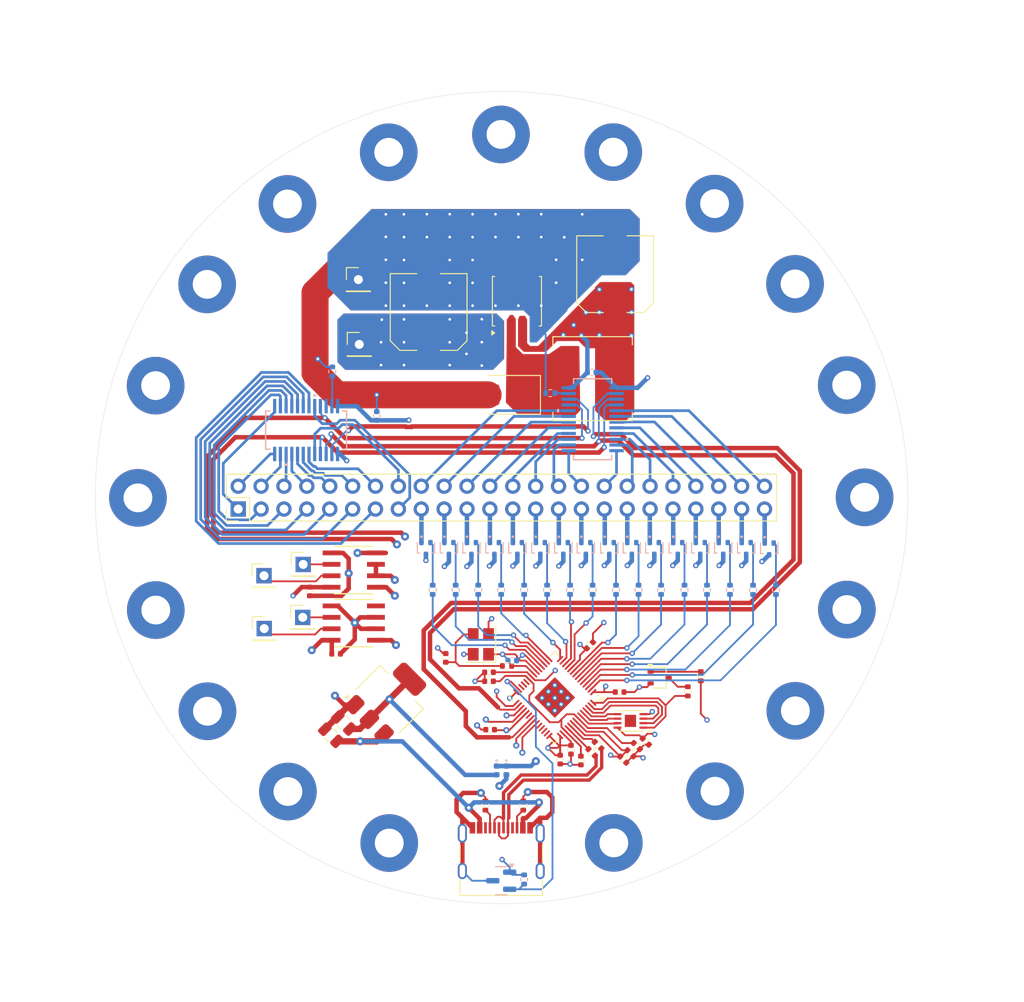
<source format=kicad_pcb>
(kicad_pcb (version 20240108) (generator "pcbnew") (generator_version "8.0")
  (layers (0 "F.Cu" signal) (1 "In1.Cu" signal) (2 "In2.Cu" signal) (31 "B.Cu" signal) (34 "B.Paste" user) (35 "F.Paste" user) (36 "B.SilkS" user "B.Silkscreen") (37 "F.SilkS" user "F.Silkscreen") (38 "B.Mask" user) (39 "F.Mask" user) (44 "Edge.Cuts" user))
  (net 0 "")
  (net 1 "GNDREF")
  (net 2 "Net-(D1-A)")
  (net 3 "+1V1")
  (net 4 "+3V2")
  (net 5 "+3.3V")
  (net 6 "/XIN")
  (net 7 "+5V")
  (net 8 "Net-(C18-Pad1)")
  (net 9 "+12V")
  (net 10 "/INT0")
  (net 11 "Net-(Q1-B)")
  (net 12 "Net-(Q1-C)")
  (net 13 "Net-(U8-USB_DP)")
  (net 14 "USB_D+")
  (net 15 "Net-(U8-USB_DM)")
  (net 16 "USB_D-")
  (net 17 "/QSPI_SS")
  (net 18 "/XOUT")
  (net 19 "Net-(RX_rs485-B)")
  (net 20 "Net-(RX_rs485-A)")
  (net 22 "Net-(MmA1-Pin_1)")
  (net 23 "/QSPI_SCLK")
  (net 24 "/QSPI_SD1")
  (net 25 "/QSPI_SD0")
  (net 26 "/QSPI_SD3")
  (net 27 "/QSPI_SD2")
  (net 28 "/BLANK")
  (net 29 "/c25")
  (net 30 "/r16")
  (net 31 "/c24")
  (net 32 "/r14")
  (net 33 "/c18")
  (net 34 "/c15")
  (net 35 "/r4")
  (net 36 "/c4")
  (net 37 "/c13")
  (net 38 "/c7")
  (net 39 "/r10")
  (net 40 "/c26")
  (net 41 "/c32")
  (net 42 "/r6")
  (net 43 "/r8")
  (net 44 "/c23")
  (net 45 "/c6")
  (net 46 "/r13")
  (net 47 "/r15")
  (net 48 "/c9")
  (net 49 "/c20")
  (net 50 "/r3")
  (net 51 "/c21")
  (net 52 "/r9")
  (net 53 "/c19")
  (net 54 "/c3")
  (net 55 "/c28")
  (net 56 "/c1")
  (net 57 "/c14")
  (net 58 "/c2")
  (net 59 "/r2")
  (net 60 "/r5")
  (net 61 "/r1")
  (net 62 "/c10")
  (net 63 "/c22")
  (net 64 "/c31")
  (net 65 "/c12")
  (net 66 "/r7")
  (net 67 "/r11")
  (net 68 "/c30")
  (net 69 "/c5")
  (net 70 "/c29")
  (net 71 "/c11")
  (net 72 "/c16")
  (net 73 "/c17")
  (net 74 "/c8")
  (net 75 "/r12")
  (net 76 "/c27")
  (net 77 "Net-(U3-SOUT)")
  (net 78 "Net-(U3-IREF)")
  (net 79 "/SIN")
  (net 80 "/SCLOCK")
  (net 81 "/LATCH")
  (net 82 "Net-(U4-IREF)")
  (net 84 "Net-(D2-K)")
  (net 85 "/RC16")
  (net 86 "/RC6")
  (net 88 "/RC10")
  (net 89 "/RC2")
  (net 90 "Net-(MmB1-Pin_1)")
  (net 91 "/RC13")
  (net 92 "/RC11")
  (net 94 "/RC9")
  (net 95 "/RC1")
  (net 96 "/UART1_rx")
  (net 97 "/RC7")
  (net 98 "/RC3")
  (net 100 "/RC5")
  (net 102 "/RC4")
  (net 103 "/RC12")
  (net 105 "/RC15")
  (net 107 "/RC14")
  (net 110 "/RC8")
  (net 111 "Net-(Q2-G)")
  (net 112 "Net-(Q3-G)")
  (net 113 "Net-(Q4-G)")
  (net 114 "Net-(Q5-G)")
  (net 115 "Net-(Q6-G)")
  (net 116 "Net-(Q7-G)")
  (net 117 "Net-(Q8-G)")
  (net 118 "Net-(Q9-G)")
  (net 119 "Net-(Q10-G)")
  (net 120 "Net-(Q11-G)")
  (net 121 "Net-(Q12-G)")
  (net 122 "Net-(Q13-G)")
  (net 123 "Net-(Q14-G)")
  (net 124 "Net-(Q15-G)")
  (net 125 "Net-(Q16-G)")
  (net 126 "Net-(Q17-G)")
  (net 127 "Net-(J1-CC2)")
  (net 130 "Net-(J1-CC1)")
  (net 131 "/UART0_tx")
  (net 132 "/UART_REV")
  (net 133 "/UART0_rx")
  (footprint "Inductor_SMD:L_Coilcraft_XAL8080-XXX" (layer "F.Cu") (at 229.3 61.490001)
    (property "Reference" "L1" (hide yes))
    (property "Value" "SDCHA1V8040-470-R")
  )
  (footprint "MountingHole:MountingHole_3.2mm_M3_Pad" (layer "F.Cu") (at 195.478891 107.345289)
    (property "Reference" "REF**8" (hide yes))
    (property "Value" "MountingHole_3.2mm_M3_Pad")
  )
  (footprint "MountingHole:MountingHole_3.2mm_M3_Pad" (layer "F.Cu") (at 186.514711 51.018891)
    (property "Reference" "REF**3" (hide yes))
    (property "Value" "MountingHole_3.2mm_M3_Pad")
  )
  (footprint "Package_TO_SOT_SMD:SOT-323_SC-70" (layer "F.Cu") (at 236.74 94.692499)
    (property "Reference" "Q1" (hide yes))
    (property "Value" "BC846B,215")
  )
  (footprint "MountingHole:MountingHole_3.2mm_M3_Pad" (layer "F.Cu") (at 180.813161 87.191187)
    (property "Reference" "REF**6" (hide yes))
    (property "Value" "MountingHole_3.2mm_M3_Pad")
  )
  (footprint "Capacitor_SMD:C_0402_1005Metric" (layer "F.Cu") (at 225.7 103.8 -90)
    (property "Reference" "C7" (hide yes))
    (property "Value" "1u")
  )
  (footprint "MountingHole:MountingHole_3.2mm_M3_Pad" (layer "F.Cu") (at 231.594124 36.33462)
    (property "Reference" "REF**19" (hide yes))
    (property "Value" "MountingHole_3.2mm_M3_Pad")
  )
  (footprint "MountingHole:MountingHole_3.2mm_M3_Pad" (layer "F.Cu") (at 231.651187 113.046839)
    (property "Reference" "REF**11" (hide yes))
    (property "Value" "MountingHole_3.2mm_M3_Pad")
  )
  (footprint "Capacitor_SMD:C_Elec_8x10.2" (layer "F.Cu") (at 231.8 49.890001 90)
    (property "Reference" "C16" (hide yes))
    (property "Value" "470uF")
  )
  (footprint "Resistor_SMD:R_0402_1005Metric" (layer "F.Cu") (at 221.6 108.9 90)
    (property "Reference" "R11" (hide yes))
    (property "Value" "5.1k")
  )
  (footprint "Capacitor_SMD:C_0805_2012Metric" (layer "F.Cu") (at 200.253732 101.098959 135)
    (property "Reference" "C1" (hide yes))
    (property "Value" "10u")
  )
  (footprint "footprints:SO-8_STM" (layer "F.Cu") (at 202.7862 88.635 180)
    (property "Reference" "RX_rs485" (hide yes))
    (property "Value" "ST3485EBDR")
  )
  (footprint "Connector_PinHeader_2.54mm:PinHeader_2x24_P2.54mm_Vertical" (layer "F.Cu") (at 189.96 75.975 90)
    (property "Reference" "J3" (hide yes))
    (property "Value" "Conn_02x24_Odd_Even")
  )
  (footprint "Capacitor_SMD:C_0402_1005Metric" (layer "F.Cu") (at 234.2 102.3 -45)
    (property "Reference" "C3" (hide yes))
    (property "Value" "100n")
  )
  (footprint "Resistor_SMD:R_0402_1005Metric" (layer "F.Cu") (at 229.2 103 135)
    (property "Reference" "R5" (hide yes))
    (property "Value" "27")
  )
  (footprint "MountingHole:MountingHole_3.2mm_M3_Pad" (layer "F.Cu") (at 219.13 34.37)
    (property "Reference" "REF**" (hide yes))
    (property "Value" "MountingHole_3.2mm_M3_Pad")
  )
  (footprint "Package_DFN_QFN:WFDFPN-8-1EP_3x2mm_P0.5mm_EP1.25x1.35mm" (layer "F.Cu") (at 233.5 99.5 180)
    (property "Reference" "U1" (hide yes))
    (property "Value" "W25Q128JVS")
  )
  (footprint "Capacitor_SMD:C_0402_1005Metric" (layer "F.Cu") (at 233.5 103.1 -45)
    (property "Reference" "C9" (hide yes))
    (property "Value" "100n")
  )
  (footprint "Resistor_SMD:R_0402_1005Metric" (layer "F.Cu") (at 241.31 94.539999 90)
    (property "Reference" "R6" (hide yes))
    (property "Value" "1k")
  )
  (footprint "Crystal:Crystal_SMD_3225-4Pin_3.2x2.5mm" (layer "F.Cu") (at 216.9 91 90)
    (property "Reference" "Y2" (hide yes))
    (property "Value" "ABM8-272-T3")
  )
  (footprint "Connector_PinHeader_2.54mm:PinHeader_1x01_P2.54mm_Vertical" (layer "F.Cu") (at 192.825 83.375)
    (property "Reference" "MmB1" (hide yes))
    (property "Value" "Conn_01x01_Pin")
  )
  (footprint "MountingHole:MountingHole_3.2mm_M3_Pad" (layer "F.Cu") (at 206.668813 36.353161)
    (property "Reference" "REF**1" (hide yes))
    (property "Value" "MountingHole_3.2mm_M3_Pad")
  )
  (footprint "MountingHole:MountingHole_3.2mm_M3_Pad" (layer "F.Cu") (at 257.506839 62.208813)
    (property "Reference" "REF**16" (hide yes))
    (property "Value" "MountingHole_3.2mm_M3_Pad")
  )
  (footprint "Connector_PinHeader_2.54mm:PinHeader_1x01_P2.54mm_Vertical" (layer "F.Cu") (at 203.4 57.690001)
    (property "Reference" "12Vin1" (hide yes))
    (property "Value" "Conn_01x01_Pin")
  )
  (footprint "Connector_PinHeader_2.54mm:PinHeader_1x01_P2.54mm_Vertical" (layer "F.Cu") (at 197.175 82.125)
    (property "Reference" "MmA1" (hide yes))
    (property "Value" "Conn_01x01_Pin")
  )
  (footprint "Resistor_SMD:R_0402_1005Metric" (layer "F.Cu") (at 239.87 96.22 90)
    (property "Reference" "R7" (hide yes))
    (property "Value" "1k")
  )
  (footprint "Capacitor_SMD:C_0402_1005Metric" (layer "F.Cu") (at 213 92.5 90)
    (property "Reference" "C18" (hide yes))
    (property "Value" "15p")
  )
  (footprint "MountingHole:MountingHole_3.2mm_M3_Pad" (layer "F.Cu") (at 206.725876 113.06538)
    (property "Reference" "REF**9" (hide yes))
    (property "Value" "MountingHole_3.2mm_M3_Pad")
  )
  (footprint "Capacitor_SMD:C_0402_1005Metric" (layer "F.Cu") (at 217.925 100.475 180)
    (property "Reference" "C6" (hide yes))
    (property "Value" "100n")
  )
  (footprint "MountingHole:MountingHole_3.2mm_M3_Pad" (layer "F.Cu") (at 259.49 74.67)
    (property "Reference" "REF**15" (hide yes))
    (property "Value" "MountingHole_3.2mm_M3_Pad")
  )
  (footprint "Capacitor_SMD:C_0402_1005Metric" (layer "F.Cu") (at 232.3 96.3)
    (property "Reference" "C12" (hide yes))
    (property "Value" "100n")
  )
  (footprint "MountingHole:MountingHole_3.2mm_M3_Pad" (layer "F.Cu") (at 178.83 74.73)
    (property "Reference" "REF**5" (hide yes))
    (property "Value" "MountingHole_3.2mm_M3_Pad")
  )
  (footprint "Capacitor_SMD:C_0805_2012Metric" (layer "F.Cu") (at 201.681981 99.727208 135)
    (property "Reference" "C2" (hide yes))
    (property "Value" "10u")
  )
  (footprint "Connector_PinHeader_2.54mm:PinHeader_1x01_P2.54mm_Vertical" (layer "F.Cu") (at 192.85 89.25)
    (property "Reference" "RxB1" (hide yes))
    (property "Value" "Conn_01x01_Pin")
  )
  (footprint "Capacitor_SMD:C_0402_1005Metric" (layer "F.Cu") (at 229 91.1 45)
    (property "Reference" "C10" (hide yes))
    (property "Value" "100n")
  )
  (footprint "MountingHole:MountingHole_3.2mm_M3_Pad" (layer "F.Cu") (at 180.79462 62.265876)
    (property "Reference" "REF**4" (hide yes))
    (property "Value" "MountingHole_3.2mm_M3_Pad")
  )
  (footprint "Capacitor_SMD:C_0402_1005Metric" (layer "F.Cu") (at 217.8 94.1 180)
    (property "Reference" "C11" (hide yes))
    (property "Value" "100n")
  )
  (footprint "Capacitor_SMD:C_0402_1005Metric" (layer "F.Cu") (at 200.825 92.05 180)
    (property "Reference" "C22" (hide yes))
    (property "Value" "100n")
  )
  (footprint "Diode_SMD:D_SMB" (layer "F.Cu") (at 219.85 63.290001 180)
    (property "Reference" "D2" (hide yes))
    (property "Value" "D_Schottky")
  )
  (footprint "Capacitor_SMD:C_0402_1005Metric" (layer "F.Cu") (at 228 103.9 -90)
    (property "Reference" "C5" (hide yes))
    (property "Value" "1u")
  )
  (footprint "Package_SO:SOP-8_5.28x5.23mm_P1.27mm" (layer "F.Cu") (at 220.9 52.890001 90)
    (property "Reference" "U7" (hide yes))
    (property "Value" "AP1509")
  )
  (footprint "Resistor_SMD:R_0402_1005Metric" (layer "F.Cu") (at 217.4 108.9 -90)
    (property "Reference" "R10" (hide yes))
    (property "Value" "5.1k")
  )
  (footprint "Connector_USB:USB_C_Receptacle_G-Switch_GT-USB-7010ASV" (layer "F.Cu") (at 219.16 115.1)
    (property "Reference" "J1" (hide yes))
    (property "Value" "USB_C_Receptacle_USB2.0_16P")
  )
  (footprint "MountingHole:MountingHole_3.2mm_M3_Pad" (layer "F.Cu") (at 251.770022 50.97035)
    (property "Reference" "REF**17" (hide yes))
    (property "Value" "MountingHole_3.2mm_M3_Pad")
  )
  (footprint "Connector_PinHeader_2.54mm:PinHeader_1x01_P2.54mm_Vertical" (layer "F.Cu") (at 197.125 88)
    (property "Reference" "RxA1" (hide yes))
    (property "Value" "Conn_01x01_Pin")
  )
  (footprint "Capacitor_SMD:C_0402_1005Metric" (layer "F.Cu") (at 235.2 101.8 -45)
    (property "Reference" "C14" (hide yes))
    (property "Value" "100n")
  )
  (footprint "Capacitor_SMD:C_0402_1005Metric" (layer "F.Cu") (at 226.9 102.7 -90)
    (property "Reference" "C13" (hide yes))
    (property "Value" "100n")
  )
  (footprint "MountingHole:MountingHole_3.2mm_M3_Pad" (layer "F.Cu") (at 251.805289 98.381109)
    (property "Reference" "REF**13" (hide yes))
    (property "Value" "MountingHole_3.2mm_M3_Pad")
  )
  (footprint "MountingHole:MountingHole_3.2mm_M3_Pad" (layer "F.Cu") (at 257.52538 87.134124)
    (property "Reference" "REF**14" (hide yes))
    (property "Value" "MountingHole_3.2mm_M3_Pad")
  )
  (footprint "Package_DFN_QFN:QFN-56-1EP_7x7mm_P0.4mm_EP3.2x3.2mm" (layer "F.Cu") (at 225.1 96.9 -135)
    (property "Reference" "U8" (hide yes))
    (property "Value" "RP2040")
  )
  (footprint "Connector_PinHeader_2.54mm:PinHeader_1x01_P2.54mm_Vertical" (layer "F.Cu") (at 203.3 50.490001)
    (property "Reference" "J2" (hide yes))
    (property "Value" "Conn_01x01_Pin")
  )
  (footprint "footprints:SO-8_STM" (layer "F.Cu") (at 202.7862 82.75 180)
    (property "Reference" "Mm_rs485" (hide yes))
    (property "Value" "ST3485EBDR")
  )
  (footprint "Capacitor_SMD:C_Elec_8x10.2" (layer "F.Cu") (at 211.1 54.090001 90)
    (property "Reference" "C19" (hide yes))
    (property "Value" "470uF")
  )
  (footprint "MountingHole:MountingHole_3.2mm_M3_Pad" (layer "F.Cu") (at 242.841109 42.054711)
    (property "Reference" "REF**18" (hide yes))
    (property "Value" "MountingHole_3.2mm_M3_Pad")
  )
  (footprint "MountingHole:MountingHole_3.2mm_M3_Pad" (layer "F.Cu") (at 195.43035 42.089978)
    (property "Reference" "REF**2" (hide yes))
    (property "Value" "MountingHole_3.2mm_M3_Pad")
  )
  (footprint "Resistor_SMD:R_0402_1005Metric" (layer "F.Cu") (at 219.8 93.4 180)
    (property "Reference" "R9" (hide yes))
    (property "Value" "1k")
  )
  (footprint "Capacitor_SMD:C_0402_1005Metric" (layer "F.Cu") (at 197.9 85.125 90)
    (property "Reference" "C15" (hide yes))
    (property "Value" "100n")
  )
  (footprint "Capacitor_SMD:C_0402_1005Metric" (layer "F.Cu") (at 217.8 95.1 180)
    (property "Reference" "C4" (hide yes))
    (property "Value" "100n")
  )
  (footprint "Resistor_SMD:R_0402_1005Metric" (layer "F.Cu") (at 229.9 102.2 135)
    (property "Reference" "R1" (hide yes))
    (property "Value" "27")
  )
  (footprint "Package_TO_SOT_SMD:SOT-223-3_TabPin2" (layer "F.Cu") (at 206.753732 97.098959 45)
    (property "Reference" "U5" (hide yes))
    (property "Value" "NCP1117-3.3_SOT223")
  )
  (footprint "MountingHole:MountingHole_3.2mm_M3_Pad" (layer "F.Cu") (at 242.88965 107.310022)
    (property "Reference" "REF**12" (hide yes))
    (property "Value" "MountingHole_3.2mm_M3_Pad")
  )
  (footprint "MountingHole:MountingHole_3.2mm_M3_Pad" (layer "F.Cu") (at 186.549978 98.42965)
    (property "Reference" "REF**7" (hide yes))
    (property "Value" "MountingHole_3.2mm_M3_Pad")
  )
  (footprint "Capacitor_SMD:C_0402_1005Metric" (layer "F.Cu") (at 232.7 103.8 -45)
    (property "Reference" "C8" (hide yes))
    (property "Value" "100n")
  )
  (footprint "Package_TO_SOT_SMD:SOT-416" (layer "B.Cu") (at 218.4 80.35 -90)
    (property "Reference" "Q14" (hide yes))
    (property "Value" "PMOS")
  )
  (footprint "Package_TO_SOT_SMD:SOT-416" (layer "B.Cu") (at 215.85 80.35 -90)
    (property "Reference" "Q15" (hide yes))
    (property "Value" "PMOS")
  )
  (footprint "Resistor_SMD:R_0402_1005Metric" (layer "B.Cu") (at 236.9 84.940001 90)
    (property "Reference" "R16" (hide yes))
    (property "Value" "10")
  )
  (footprint "Capacitor_SMD:C_0402_1005Metric" (layer "B.Cu") (at 220.38 92.8)
    (property "Reference" "C17" (hide yes))
    (property "Value" "15p")
  )
  (footprint "Package_TO_SOT_SMD:SOT-416" (layer "B.Cu") (at 213.35 80.35 -90)
    (property "Reference" "Q16" (hide yes))
    (property "Value" "PMOS")
  )
  (footprint "Resistor_SMD:R_0402_1005Metric" (layer "B.Cu") (at 231.9 84.940001 90)
    (property "Reference" "R18" (hide yes))
    (property "Value" "10")
  )
  (footprint "Resistor_SMD:R_0402_1005Metric" (layer "B.Cu") (at 200.4 60.7 90)
    (property "Reference" "R4" (hide yes))
    (property "Value" "2.65k")
  )
  (footprint "Package_TO_SOT_SMD:SOT-416" (layer "B.Cu") (at 246.35 80.35 -90)
    (property "Reference" "Q3" (hide yes))
    (property "Value" "PMOS")
  )
  (footprint "Package_TO_SOT_SMD:SOT-416" (layer "B.Cu") (at 233.65 80.35 -90)
    (property "Reference" "Q8" (hide yes))
    (property "Value" "PMOS")
  )
  (footprint "Resistor_SMD:R_0402_1005Metric" (layer "B.Cu") (at 224.25 84.940001 90)
    (property "Reference" "R21" (hide yes))
    (property "Value" "10")
  )
  (footprint "Package_TO_SOT_SMD:SOT-416" (layer "B.Cu") (at 248.9 80.4 -90)
    (property "Reference" "Q2" (hide yes))
    (property "Value" "PMOS")
  )
  (footprint "Resistor_SMD:R_0402_1005Metric" (layer "B.Cu") (at 216.6 84.940001 90)
    (property "Reference" "R24" (hide yes))
    (property "Value" "10")
  )
  (footprint "Resistor_SMD:R_0402_1005Metric" (layer "B.Cu") (at 239.5 84.940001 90)
    (property "Reference" "R15" (hide yes))
    (property "Value" "10")
  )
  (footprint "Package_TO_SOT_SMD:SOT-416" (layer "B.Cu") (at 228.55 80.35 -90)
    (property "Reference" "Q10" (hide yes))
    (property "Value" "PMOS")
  )
  (footprint "DBQ24_TEX:DBQ24_TEX" (layer "B.Cu") (at 197.5 67.2 90)
    (property "Reference" "U4" (hide yes))
    (property "Value" "TLC59283DBQR")
  )
  (footprint "Resistor_SMD:R_0402_1005Metric" (layer "B.Cu") (at 219.15 84.940001 90)
    (property "Reference" "R23" (hide yes))
    (property "Value" "10")
  )
  (footprint "Package_TO_SOT_SMD:SOT-416" (layer "B.Cu") (at 226.05 80.35 -90)
    (property "Reference" "Q11" (hide yes))
    (property "Value" "PMOS")
  )
  (footprint "Resistor_SMD:R_0402_1005Metric" (layer "B.Cu") (at 234.4 84.940001 90)
    (property "Reference" "R17" (hide yes))
    (property "Value" "10")
  )
  (footprint "Package_TO_SOT_SMD:SOT-416" (layer "B.Cu") (at 231.15 80.35 -90)
    (property "Reference" "Q9" (hide yes))
    (property "Value" "PMOS")
  )
  (footprint "Resistor_SMD:R_0402_1005Metric" (layer "B.Cu") (at 221.7 117.109999 -90)
    (property "Reference" "R2" (hide yes))
    (property "Value" "1k")
  )
  (footprint "Package_TO_SOT_SMD:SOT-416" (layer "B.Cu") (at 243.8 80.35 -90)
    (property "Reference" "Q4" (hide yes))
    (property "Value" "PMOS")
  )
  (footprint "Resistor_SMD:R_0402_1005Metric" (layer "B.Cu") (at 242 84.940001 90)
    (property "Reference" "R14" (hide yes))
    (property "Value" "10")
  )
  (footprint "Resistor_SMD:R_0402_1005Metric" (layer "B.Cu") (at 221.7 84.940001 90)
    (property "Reference" "R22" (hide yes))
    (property "Value" "10")
  )
  (footprint "Package_TO_SOT_SMD:SOT-416" (layer "B.Cu") (at 223.5 80.35 -90)
    (property "Reference" "Q12" (hide yes))
    (property "Value" "PMOS")
  )
  (footprint "Capacitor_SMD:C_0402_1005Metric" (layer "B.Cu") (at 205.34 65.63 -90)
    (property "Reference" "C21" (hide yes))
    (property "Value" "100n")
  )
  (footprint "Resistor_SMD:R_0402_1005Metric" (layer "B.Cu") (at 211.55 84.940001 90)
    (property "Reference" "R26" (hide yes))
    (property "Value" "10")
  )
  (footprint "Package_TO_SOT_SMD:SOT-416" (layer "B.Cu") (at 220.95 80.35 -90)
    (property "Reference" "Q13" (hide yes))
    (property "Value" "PMOS")
  )
  (footprint "Capacitor_SMD:C_0402_1005Metric" (layer "B.Cu") (at 229.2 60.8 180)
    (property "Reference" "C20" (hide yes))
    (property "Value" "100n")
  )
  (footprint "Resistor_SMD:R_0402_1005Metric" (layer "B.Cu") (at 247.110624 84.95 90)
    (property "Reference" "R8" (hide yes))
    (property "Value" "10")
  )
  (footprint "Resistor_SMD:R_0402_1005Metric" (layer "B.Cu") (at 214.1 84.940001 90)
    (property "Reference" "R25" (hide yes))
    (property "Value" "10")
  )
  (footprint "Package_TO_SOT_SMD:SOT-416" (layer "B.Cu") (at 238.75 80.35 -90)
    (property "Reference" "Q6" (hide yes))
    (property "Value" "PMOS")
  )
  (footprint "Resistor_SMD:R_0402_1005Metric" (layer "B.Cu") (at 249.65 84.95 90)
    (property "Reference" "R12" (hide yes))
    (property "Value" "10")
  )
  (footprint "Resistor_SMD:R_0402_1005Metric" (layer "B.Cu") (at 229.3 84.940001 90)
    (property "Reference" "R19" (hide yes))
    (property "Value" "10")
  )
  (footprint "Resistor_SMD:R_0402_1005Metric" (layer "B.Cu") (at 224.6 63.1 180)
    (property "Reference" "R3" (hide yes))
    (property "Value" "2.65k")
  )
  (footprint "Package_TO_SOT_SMD:SOT-416" (layer "B.Cu") (at 236.15 80.35 -90)
    (property "Reference" "Q7" (hide yes))
    (property "Value" "PMOS")
  )
  (footprint "DBQ24_TEX:DBQ24_TEX" (layer "B.Cu") (at 229.3 66 180)
    (property "Reference" "U3" (hide yes))
    (property "Value" "TLC59283DBQR")
  )
  (footprint "Resistor_SMD:R_0402_1005Metric" (layer "B.Cu") (at 226.8 84.940001 90)
    (property "Reference" "R20" (hide yes))
    (property "Value" "10")
  )
  (footprint "Diode_SMD:D_0402_1005Metric" (layer "B.Cu") (at 219.725 105 -90)
    (property "Reference" "D3" (hide yes))
    (property "Value" "D")
  )
  (footprint "Package_TO_SOT_SMD:SOT-416" (layer "B.Cu") (at 210.8 80.35 -90)
    (property "Reference" "Q17" (hide yes))
    (property "Value" "PMOS")
  )
  (footprint "Package_TO_SOT_SMD:SOT-416" (layer "B.Cu") (at 241.25 80.35 -90)
    (property "Reference" "Q5" (hide yes))
    (property "Value" "PMOS")
  )
  (footprint "Resistor_SMD:R_0402_1005Metric" (layer "B.Cu") (at 244.55 84.940001 90)
    (property "Reference" "R13" (hide yes))
    (property "Value" "10")
  )
  (footprint "Package_TO_SOT_SMD:SOT-23" (layer "B.Cu") (at 219.16 117.25 180)
    (property "Reference" "U6" (hide yes))
    (property "Value" "DRV5033FAxDBZ")
  )
  (footprint "Diode_SMD:D_0402_1005Metric" (layer "B.Cu") (at 218.65 105 -90)
    (property "Reference" "D1" (hide yes))
    (property "Value" "D")
  )
  (gr_poly (pts (xy 232.9 49.890001) (xy 234.4 48.390001) (xy 234.4 43.790001) (xy 233.4 42.790001) (xy 204.8 42.790001) (xy 200 47.590001) (xy 200 51.290001) (xy 202.5 53.790001) (xy 226.322427 53.790001) (xy 230.272427 49.890001)) (stroke (width 0.254)) (fill solid) (layer "F.Cu") (net 1))
  (gr_poly (pts (xy 222.45 57.340001) (xy 222.45 54.540001) (xy 221.8 53.890001) (xy 226.35 53.890001) (xy 226.336123 53.905117) (xy 226.378398 53.883989) (xy 223.047596 57.340001)) (stroke (width 0.254)) (fill solid) (layer "F.Cu") (net 1))
  (gr_poly (pts (xy 230.2 50.890001) (xy 233.5 50.890001) (xy 233.8 51.190001) (xy 233.8 65.190001) (xy 233 65.990001) (xy 230.7 65.990001) (xy 229.7 64.990001) (xy 229.7 51.390001)) (stroke (width 0.254)) (fill solid) (layer "F.Cu") (net 5))
  (gr_poly (pts (xy 219.9 54.990001) (xy 220.2 54.540002) (xy 220.4 54.540002) (xy 220.65 54.915) (xy 220.65 58.040001) (xy 221.5 58.890001) (xy 224.5 58.890001) (xy 224.503641 58.88636) (xy 225.8 57.990001) (xy 227.7 57.990001) (xy 227.8 64.990001) (xy 227.4 65.390001) (xy 221.1 65.390001) (xy 219.8 64.090001) (xy 219.9 56.590001)) (stroke (width 0.254)) (fill solid) (layer "F.Cu") (net 84))
  (gr_poly (pts (xy 201.1 54.990001) (xy 201.7 54.390001) (xy 218.6 54.390001) (xy 219.35 55.140001) (xy 219.35 59.240001) (xy 218.2 60.390001) (xy 201.9 60.390001) (xy 201.1 59.590001)) (stroke (width 0.254)) (fill solid) (layer "F.Cu") (net 9))
  (gr_poly (pts (xy 221.15 54.931668) (xy 221.271428 54.640001) (xy 221.717857 54.640001) (xy 221.9 54.940001) (xy 221.9 57.590001) (xy 222.3 57.990001) (xy 223.301431 57.990001) (xy 229.797139 51.400001) (xy 229.7 51.400001) (xy 229.7 54.790001) (xy 229.7 57.990001) (xy 228.6 57.990001) (xy 227.8 57.190001) (xy 225.3 57.190001) (xy 224.1 58.390001) (xy 221.7 58.390001) (xy 221.15 57.840001)) (stroke (width 0.254)) (fill solid) (layer "F.Cu") (net 5))
  (gr_poly (pts (xy 201.1 54.990001) (xy 201.7 54.390001) (xy 218.6 54.390001) (xy 219.3 55.090001) (xy 219.3 59.290001) (xy 218.2 60.390001) (xy 201.9 60.390001) (xy 201.1 59.590001)) (stroke (width 0.254)) (fill solid) (layer "B.Cu") (net 9))
  (gr_poly (pts (xy 222.45 57.340001) (xy 222.45 54.540001) (xy 221.8 53.890001) (xy 226.35 53.890001) (xy 226.336123 53.905117) (xy 226.378398 53.883989) (xy 223.047596 57.340001)) (stroke (width 0.254)) (fill solid) (layer "B.Cu") (net 1))
  (gr_poly (pts (xy 232.9 49.890001) (xy 234.4 48.390001) (xy 234.4 43.790001) (xy 233.4 42.790001) (xy 204.8 42.790001) (xy 200 47.590001) (xy 200 51.290001) (xy 202.5 53.790001) (xy 226.322427 53.790001) (xy 230.272427 49.890001)) (stroke (width 0.254)) (fill solid) (layer "B.Cu") (net 1))
  (gr_circle (center 219.2 74.7) (end 219.2 119.8) (stroke (width 0.0381)) (fill none) (layer "Edge.Cuts"))
  (segment (start 234.539411 102.639411) (end 233.039411 104.139411) (width 0.2) (layer "F.Cu") (net 1))
  (segment (start 212.72 92.02) (end 212.1 91.4) (width 0.2) (layer "F.Cu") (net 1))
  (segment (start 217.75 88.5) (end 218.1 88.15) (width 0.2) (layer "F.Cu") (net 1))
  (segment (start 217.4 108.390001) (end 217.4 108) (width 0.2) (layer "F.Cu") (net 1))
  (segment (start 201.03 86.73) (end 202.9 88.6) (width 0.5) (layer "F.Cu") (net 1))
  (segment (start 224.825 109.625) (end 224.825 108) (width 0.5) (layer "F.Cu") (net 1))
  (segment (start 202.225 81.475) (end 201.595 80.845) (width 0.5) (layer "F.Cu") (net 1))
  (segment (start 214.6425 110.0575) (end 214.2 109.615) (width 0.5) (layer "F.Cu") (net 1))
  (segment (start 202.309189 97.7) (end 202.9 97.7) (width 0.2) (layer "F.Cu") (net 1))
  (segment (start 216.25 95.1) (end 217.32 95.1) (width 0.2) (layer "F.Cu") (net 1))
  (segment (start 224.225 107.4) (end 222.1 107.4) (width 0.5) (layer "F.Cu") (net 1))
  (segment (start 201.42 85.605) (end 197.9 85.605) (width 0.5) (layer "F.Cu") (net 1))
  (segment (start 214.84 110.255) (end 214.6425 110.0575) (width 0.5) (layer "F.Cu") (net 1))
  (segment (start 217.75 89.9) (end 217.75 88.5) (width 0.2) (layer "F.Cu") (net 1))
  (segment (start 216.05 92.1) (end 215 92.1) (width 0.2) (layer "F.Cu") (net 1))
  (segment (start 213 92.02) (end 212.72 92.02) (width 0.2) (layer "F.Cu") (net 1))
  (segment (start 224.825 108) (end 224.225 107.4) (width 0.5) (layer "F.Cu") (net 1))
  (segment (start 235.332499 95.75) (end 235.74 95.342499) (width 0.2) (layer "F.Cu") (net 1))
  (segment (start 221.6 107.9) (end 222.1 107.4) (width 0.2) (layer "F.Cu") (net 1))
  (segment (start 203.5 88) (end 205.25 88) (width 0.5) (layer "F.Cu") (net 1))
  (segment (start 221.814217 92.2) (end 223.376429 93.762212) (width 0.2) (layer "F.Cu") (net 1))
  (segment (start 202.9 97.7) (end 201.7 97.7) (width 0.5) (layer "F.Cu") (net 1))
  (segment (start 202.9 88.6) (end 203.5 88) (width 0.5) (layer "F.Cu") (net 1))
  (segment (start 200.930001 63.290001) (end 198.49 60.85) (width 3) (layer "F.Cu") (net 1))
  (segment (start 221.515683 92.2) (end 221.814217 92.2) (width 0.2) (layer "F.Cu") (net 1))
  (segment (start 202.9 90.455) (end 201.305 92.05) (width 0.5) (layer "F.Cu") (net 1))
  (segment (start 198.49 51.950001) (end 202.15 48.290001) (width 3) (layer "F.Cu") (net 1))
  (segment (start 216.95 100.475) (end 217.445 100.475) (width 0.2) (layer "F.Cu") (net 1))
  (segment (start 235.539411 102.139411) (end 235.039411 102.139411) (width 0.2) (layer "F.Cu") (net 1))
  (segment (start 202.225 83.1) (end 202.225 81.475) (width 0.5) (layer "F.Cu") (net 1))
  (segment (start 214.2 108.239339) (end 214.939339 107.5) (width 0.5) (layer "F.Cu") (net 1))
  (segment (start 223.48 116.175) (end 223.48 111.975) (width 0.5) (layer "F.Cu") (net 1))
  (segment (start 198.49 60.85) (end 198.49 51.950001) (width 3) (layer "F.Cu") (net 1))
  (segment (start 235.65 98.75) (end 234.9375 98.75) (width 0.2) (layer "F.Cu") (net 1))
  (segment (start 215.96 111.375) (end 214.6425 110.0575) (width 0.5) (layer "F.Cu") (net 1))
  (segment (start 233.95 96.3) (end 234.5 95.75) (width 0.2) (layer "F.Cu") (net 1))
  (segment (start 234.5 95.75) (end 235.332499 95.75) (width 0.2) (layer "F.Cu") (net 1))
  (segment (start 201.7 97.7) (end 200.7 96.7) (width 0.5) (layer "F.Cu") (net 1))
  (segment (start 214.84 116.175) (end 214.84 111.975) (width 0.5) (layer "F.Cu") (net 1))
  (segment (start 235.039411 102.139411) (end 234.539411 102.639411) (width 0.2) (layer "F.Cu") (net 1))
  (segment (start 205.34 63.290001) (end 200.930001 63.290001) (width 3) (layer "F.Cu") (net 1))
  (segment (start 229.339411 89.790882) (end 229.339411 90.760589) (width 0.2) (layer "F.Cu") (net 1))
  (segment (start 202.9 88.6) (end 203.57 89.27) (width 0.5) (layer "F.Cu") (net 1))
  (segment (start 235.925 98.475) (end 235.65 98.75) (width 0.2) (layer "F.Cu") (net 1))
  (segment (start 217.25 94.1) (end 216.25 95.1) (width 0.2) (layer "F.Cu") (net 1))
  (segment (start 228 104.38) (end 226.88 104.38) (width 0.2) (layer "F.Cu") (net 1))
  (segment (start 214.2 109.615) (end 214.2 108.239339) (width 0.5) (layer "F.Cu") (net 1))
  (segment (start 202.9 88.6) (end 202.9 90.455) (width 0.5) (layer "F.Cu") (net 1))
  (segment (start 226.88 104.38) (end 226.8 104.3) (width 0.2) (layer "F.Cu") (net 1))
  (segment (start 217.32 94.1) (end 217.25 94.1) (width 0.2) (layer "F.Cu") (net 1))
  (segment (start 226.78 104.28) (end 226.8 104.3) (width 0.2) (layer "F.Cu") (net 1))
  (segment (start 202.225 83.1) (end 202.225 84.8) (width 0.5) (layer "F.Cu") (net 1))
  (segment (start 225.7 104.28) (end 226.78 104.28) (width 0.2) (layer "F.Cu") (net 1))
  (segment (start 214.939339 107.5) (end 216.9 107.5) (width 0.5) (layer "F.Cu") (net 1))
  (segment (start 203.57 89.27) (end 205.25 89.27) (width 0.5) (layer "F.Cu") (net 1))
  (segment (start 222.36 111.375) (end 223.4675 110.2675) (width 0.5) (layer "F.Cu") (net 1))
  (segment (start 232.78 96.3) (end 233.95 96.3) (width 0.2) (layer "F.Cu") (net 1))
  (segment (start 200.3224 80.845) (end 200.745 80.845) (width 0.2) (layer "F.Cu") (net 1))
  (segment (start 234.739411 103.439411) (end 234.9 103.6) (width 0.2) (layer "F.Cu") (net 1))
  (segment (start 199.581981 100.427208) (end 202.309189 97.7) (width 0.7) (layer "F.Cu") (net 1))
  (segment (start 221.6 108.390001) (end 221.6 107.9) (width 0.2) (layer "F.Cu") (net 1))
  (segment (start 233.839411 103.439411) (end 234.739411 103.439411) (width 0.2) (layer "F.Cu") (net 1))
  (segment (start 201.595 80.845) (end 200.3224 80.845) (width 0.5) (layer "F.Cu") (net 1))
  (segment (start 217.32 95.1) (end 217.32 94.1) (width 0.2) (layer "F.Cu") (net 1))
  (segment (start 226.9 104.2) (end 226.8 104.3) (width 0.2) (layer "F.Cu") (net 1))
  (segment (start 223.4675 110.2675) (end 224.1825 110.2675) (width 0.5) (layer "F.Cu") (net 1))
  (segment (start 217.4 108) (end 216.9 107.5) (width 0.2) (layer "F.Cu") (net 1))
  (segment (start 223.48 111.975) (end 223.48 110.28) (width 0.5) (layer "F.Cu") (net 1))
  (segment (start 226.9 103.18) (end 226.9 104.2) (width 0.2) (layer "F.Cu") (net 1))
  (segment (start 217.7 63.290001) (end 205.34 63.290001) (width 3) (layer "F.Cu") (net 1))
  (segment (start 202.15 48.290001) (end 217.2 48.290001) (width 3) (layer "F.Cu") (net 1))
  (segment (start 216.475 100) (end 216.95 100.475) (width 0.2) (layer "F.Cu") (net 1))
  (segment (start 224.1825 110.2675) (end 224.825 109.625) (width 0.5) (layer "F.Cu") (net 1))
  (segment (start 230.55 88.580293) (end 229.339411 89.790882) (width 0.2) (layer "F.Cu") (net 1))
  (segment (start 214.84 111.975) (end 214.84 110.255) (width 0.5) (layer "F.Cu") (net 1))
  (segment (start 223.48 110.28) (end 223.4675 110.2675) (width 0.5) (layer "F.Cu") (net 1))
  (segment (start 202.225 84.8) (end 201.42 85.605) (width 0.5) (layer "F.Cu") (net 1))
  (via (at 213.44 50.850001) (size 0.6) (drill 0.3) (layers "F.Cu" "B.Cu") (net 1))
  (via (at 225.1 96.95) (size 0.6) (drill 0.3) (layers "F.Cu" "B.Cu") (net 1))
  (via (at 200.7 96.7) (size 0.889) (drill 0.381) (layers "F.Cu" "B.Cu") (net 1))
  (via (at 215.98 43.230001) (size 0.6) (drill 0.3) (layers "F.Cu" "B.Cu") (net 1))
  (via (at 223.6 45.770001) (size 0.6) (drill 0.3) (layers "F.Cu" "B.Cu") (net 1))
  (via (at 206.35 53.390001) (size 0.6) (drill 0.3) (layers "F.Cu" "B.Cu") (net 1))
  (via (at 210.9 45.770001) (size 0.6) (drill 0.3) (layers "F.Cu" "B.Cu") (net 1))
  (via (at 208.36 48.310001) (size 0.6) (drill 0.3) (layers "F.Cu" "B.Cu") (net 1))
  (via (at 226.514214 96.95) (size 0.6) (drill 0.3) (layers "F.Cu" "B.Cu") (net 1))
  (via (at 224.392893 96.242893) (size 0.6) (drill 0.3) (layers "F.Cu" "B.Cu") (net 1))
  (via (at 218.52 53.390001) (size 0.6) (drill 0.3) (layers "F.Cu" "B.Cu") (net 1))
  (via (at 221.06 45.770001) (size 0.6) (drill 0.3) (layers "F.Cu" "B.Cu") (net 1))
  (via (at 216.9 107.5) (size 0.889) (drill 0.381) (layers "F.Cu" "B.Cu") (net 1))
  (via (at 210.9 43.230001) (size 0.6) (drill 0.3) (layers "F.Cu" "B.Cu") (net 1))
  (via (at 206.35 43.240001) (size 0.6) (drill 0.3) (layers "F.Cu" "B.Cu") (net 1))
  (via (at 222.1 107.4) (size 0.889) (drill 0.381) (layers "F.Cu" "B.Cu") (net 1))
  (via (at 210.9 53.390001) (size 0.6) (drill 0.3) (layers "F.Cu" "B.Cu") (net 1))
  (via (at 221.06 53.390001) (size 0.6) (drill 0.3) (layers "F.Cu" "B.Cu") (net 1))
  (via (at 225.25 50.840001) (size 0.6) (drill 0.3) (layers "F.Cu" "B.Cu") (net 1))
  (via (at 224.392893 97.657107) (size 0.6) (drill 0.3) (layers "F.Cu" "B.Cu") (net 1))
  (via (at 206.35 48.290001) (size 0.6) (drill 0.3) (layers "F.Cu" "B.Cu") (net 1))
  (via (at 216.25 95.1) (size 0.6) (drill 0.3) (layers "F.Cu" "B.Cu") (net 1))
  (via (at 228.15 43.240001) (size 0.6) (drill 0.3) (layers "F.Cu" "B.Cu") (net 1))
  (via (at 206.35 45.740001) (size 0.6) (drill 0.3) (layers "F.Cu" "B.Cu") (net 1))
  (via (at 225.1 95.535786) (size 0.6) (drill 0.3) (layers "F.Cu" "B.Cu") (net 1))
  (via (at 202 70.6) (size 0.6) (drill 0.3) (layers "F.Cu" "B.Cu") (net 1))
  (via (at 225.807107 97.657107) (size 0.6) (drill 0.3) (layers "F.Cu" "B.Cu") (net 1))
  (via (at 202.225 83.1) (size 0.889) (drill 0.381) (layers "F.Cu" "B.Cu") (net 1))
  (via (at 225.807107 96.242893) (size 0.6) (drill 0.3) (layers "F.Cu" "B.Cu") (net 1))
  (via (at 218.52 45.770001) (size 0.6) (drill 0.3) (layers "F.Cu" "B.Cu") (net 1))
  (via (at 208.35 43.240001) (size 0.6) (drill 0.3) (layers "F.Cu" "B.Cu") (net 1))
  (via (at 218.52 43.230001) (size 0.6) (drill 0.3) (layers "F.Cu" "B.Cu") (net 1))
  (via (at 205.34 63.290001) (size 0.6) (drill 0.3) (layers "F.Cu" "B.Cu") (net 1))
  (via (at 223.6 53.390001) (size 0.6) (drill 0.3) (layers "F.Cu" "B.Cu") (net 1))
  (via (at 221.515683 92.2) (size 0.6) (drill 0.3) (layers "F.Cu" "B.Cu") (net 1))
  (via (at 216.475 100) (size 0.6858) (drill 0.3302) (layers "F.Cu" "B.Cu") (net 1))
  (via (at 213.44 43.230001) (size 0.6) (drill 0.3) (layers "F.Cu" "B.Cu") (net 1))
  (via (at 226.15 45.790001) (size 0.6) (drill 0.3) (layers "F.Cu" "B.Cu") (net 1))
  (via (at 234.9 103.6) (size 0.6) (drill 0.3) (layers "F.Cu" "B.Cu") (net 1))
  (via (at 213.44 48.310001) (size 0.6) (drill 0.3) (layers "F.Cu" "B.Cu") (net 1))
  (via (at 235.4 61.4) (size 0.6) (drill 0.3) (layers "F.Cu" "B.Cu") (net 1))
  (via (at 215.98 48.310001) (size 0.6) (drill 0.3) (layers "F.Cu" "B.Cu") (net 1))
  (via (at 226.8 104.3) (size 0.6) (drill 0.3) (layers "F.Cu" "B.Cu") (net 1))
  (via (at 223.685786 96.95) (size 0.6) (drill 0.3) (layers "F.Cu" "B.Cu") (net 1))
  (via (at 206.35 50.840001) (size 0.6) (drill 0.3) (layers "F.Cu" "B.Cu") (net 1))
  (via (at 212.1 91.4) (size 0.6) (drill 0.3) (layers "F.Cu" "B.Cu") (net 1))
  (via (at 215.98 53.390001) (size 0.6) (drill 0.3) (layers "F.Cu" "B.Cu") (net 1))
  (via (at 208.36 45.770001) (size 0.6) (drill 0.3) (layers "F.Cu" "B.Cu") (net 1))
  (via (at 223.6 43.230001) (size 0.6) (drill 0.3) (layers "F.Cu" "B.Cu") (net 1))
  (via (at 215 92.1) (size 0.6) (drill 0.3) (layers "F.Cu" "B.Cu") (net 1))
  (via (at 235.925 98.475) (size 0.6) (drill 0.3) (layers "F.Cu" "B.Cu") (net 1))
  (via (at 208.36 50.850001) (size 0.6) (drill 0.3) (layers "F.Cu" "B.Cu") (net 1))
  (via (at 225.1 98.364214) (size 0.6) (drill 0.3) (layers "F.Cu" "B.Cu") (net 1))
  (via (at 215.98 50.850001) (size 0.6) (drill 0.3) (layers "F.Cu" "B.Cu") (net 1))
  (via (at 202.9 88.6) (size 0.889) (drill 0.381) (layers "F.Cu" "B.Cu") (net 1))
  (via (at 218.1 88.15) (size 0.6) (drill 0.3) (layers "F.Cu" "B.Cu") (net 1))
  (via (at 208.36 53.390001) (size 0.6) (drill 0.3) (layers "F.Cu" "B.Cu") (net 1))
  (via (at 234.5 95.75) (size 0.6) (drill 0.3) (layers "F.Cu" "B.Cu") (net 1))
  (via (at 225.25 48.290001) (size 0.6) (drill 0.3) (layers "F.Cu" "B.Cu") (net 1))
  (via (at 221.06 43.230001) (size 0.6) (drill 0.3) (layers "F.Cu" "B.Cu") (net 1))
  (via (at 215.98 45.770001) (size 0.6) (drill 0.3) (layers "F.Cu" "B.Cu") (net 1))
  (via (at 230.55 88.580293) (size 0.6) (drill 0.3) (layers "F.Cu" "B.Cu") (net 1))
  (via (at 213.44 53.390001) (size 0.6) (drill 0.3) (layers "F.Cu" "B.Cu") (net 1))
  (via (at 228.15 48.290001) (size 0.6) (drill 0.3) (layers "F.Cu" "B.Cu") (net 1))
  (via (at 213.44 45.770001) (size 0.6) (drill 0.3) (layers "F.Cu" "B.Cu") (net 1))
  (via (at 198.8 59.3) (size 0.6) (drill 0.3) (layers "F.Cu" "B.Cu") (net 1))
  (segment (start 220.915683 92.8) (end 221.515683 92.2) (width 0.2) (layer "B.Cu") (net 1))
  (segment (start 224.09 63.1) (end 224.09 56.59) (width 0.2) (layer "B.Cu") (net 1))
  (segment (start 230.2468 60.8) (end 231.9543 62.5075) (width 0.5) (layer "B.Cu") (net 1))
  (segment (start 215.915 117.25) (end 214.84 116.175) (width 0.2) (layer "B.Cu") (net 1))
  (segment (start 201.2543 69.8543) (end 200.9925 69.8543) (width 0.5) (layer "B.Cu") (net 1))
  (segment (start 202 70.6) (end 201.2543 69.8543) (width 0.5) (layer "B.Cu") (net 1))
  (segment (start 220.86 92.8) (end 220.915683 92.8) (width 0.2) (layer "B.Cu") (net 1))
  (segment (start 200.4 60.190001) (end 199.690001 60.190001) (width 0.2) (layer "B.Cu") (net 1))
  (segment (start 234.2925 62.5075) (end 235.4 61.4) (width 0.5) (layer "B.Cu") (net 1))
  (segment (start 229.68 60.8) (end 230.2468 60.8) (width 0.5) (layer "B.Cu") (net 1))
  (segment (start 224.09 56.59) (end 223.9 56.4) (width 0.2) (layer "B.Cu") (net 1))
  (segment (start 231.9543 62.5075) (end 234.2925 62.5075) (width 0.5) (layer "B.Cu") (net 1))
  (segment (start 218.2225 117.25) (end 215.915 117.25) (width 0.2) (layer "B.Cu") (net 1))
  (segment (start 205.34 65.15) (end 205.34 63.290001) (width 0.2) (layer "B.Cu") (net 1))
  (segment (start 199.690001 60.190001) (end 198.8 59.3) (width 0.2) (layer "B.Cu") (net 1))
  (segment (start 206.751345 97.101345) (end 204.526346 99.326345) (width 0.7) (layer "F.Cu") (net 2))
  (segment (start 202.353732 100.398959) (end 203.453732 100.398959) (width 0.7) (layer "F.Cu") (net 2))
  (segment (start 203.453732 100.398959) (end 204.526346 99.326345) (width 0.7) (layer "F.Cu") (net 2))
  (segment (start 208.981118 94.871573) (end 206.751345 97.101345) (width 0.7) (layer "F.Cu") (net 2))
  (via (at 206.751345 97.101345) (size 0.889) (drill 0.381) (layers "F.Cu" "B.Cu") (net 2))
  (segment (start 215.15 105.5) (end 206.751345 97.101345) (width 0.5) (layer "B.Cu") (net 2))
  (segment (start 218.65 105.485) (end 218.635 105.5) (width 0.5) (layer "B.Cu") (net 2))
  (segment (start 218.635 105.5) (end 215.15 105.5) (width 0.5) (layer "B.Cu") (net 2))
  (segment (start 225.8375 100.183081) (end 226.257889 100.60347) (width 0.2) (layer "F.Cu") (net 3))
  (segment (start 222.6 95.248533) (end 221.851467 94.5) (width 0.2) (layer "F.Cu") (net 3))
  (segment (start 222.75 96.2) (end 222.75 95.4) (width 0.2) (layer "F.Cu") (net 3))
  (segment (start 228 102.345585) (end 227.720101 102.065686) (width 0.2) (layer "F.Cu") (net 3))
  (segment (start 219 95.1) (end 218.28 95.1) (width 0.2) (layer "F.Cu") (net 3))
  (segment (start 222.275 97.375) (end 222.275 96.675) (width 0.2) (layer "F.Cu") (net 3))
  (segment (start 233.860589 101.960589) (end 232.560589 101.960589) (width 0.2) (layer "F.Cu") (net 3))
  (segment (start 226.407837 98.767163) (end 225.525 99.65) (width 0.2) (layer "F.Cu") (net 3))
  (segment (start 221.851467 94.5) (end 219.6 94.5) (width 0.2) (layer "F.Cu") (net 3))
  (segment (start 224.55 99.65) (end 222.275 97.375) (width 0.2) (layer "F.Cu") (net 3))
  (segment (start 225.8375 99.3375) (end 225.8375 100.183081) (width 0.2) (layer "F.Cu") (net 3))
  (segment (start 232.560589 101.960589) (end 230.9 100.3) (width 0.2) (layer "F.Cu") (net 3))
  (segment (start 228.782837 100.3) (end 227.25 98.767163) (width 0.2) (layer "F.Cu") (net 3))
  (segment (start 230.9 100.3) (end 228.782837 100.3) (width 0.2) (layer "F.Cu") (net 3))
  (segment (start 228 103.42) (end 228 102.345585) (width 0.2) (layer "F.Cu") (net 3))
  (segment (start 226.677209 101.022791) (end 226.257887 100.603472) (width 0.2) (layer "F.Cu") (net 3))
  (segment (start 222.75 95.4) (end 222.6 95.25) (width 0.2) (layer "F.Cu") (net 3))
  (segment (start 227.720101 102.065683) (end 226.677209 101.022791) (width 0.2) (layer "F.Cu") (net 3))
  (segment (start 222.6 95.25) (end 222.6 95.248533) (width 0.2) (layer "F.Cu") (net 3))
  (segment (start 227.25 98.767163) (end 226.407837 98.767163) (width 0.2) (layer "F.Cu") (net 3))
  (segment (start 227.720101 102.065686) (end 227.720101 102.065683) (width 0.2) (layer "F.Cu") (net 3))
  (segment (start 219.6 94.5) (end 219 95.1) (width 0.2) (layer "F.Cu") (net 3))
  (segment (start 225.525 99.65) (end 224.55 99.65) (width 0.2) (layer "F.Cu") (net 3))
  (segment (start 222.275 96.675) (end 222.75 96.2) (width 0.2) (layer "F.Cu") (net 3))
  (segment (start 225.4 102.5) (end 225.619321 102.280679) (width 0.2) (layer "F.Cu") (net 4))
  (segment (start 236.121178 100.921178) (end 236.2 101) (width 0.2) (layer "F.Cu") (net 4))
  (segment (start 224.35 102.5) (end 225.4 102.5) (width 0.2) (layer "F.Cu") (net 4))
  (segment (start 232.460589 103.460589) (end 233.160589 102.760589) (width 0.2) (layer "F.Cu") (net 4))
  (segment (start 230.6 96.307798) (end 231.812202 96.307798) (width 0.2) (layer "F.Cu") (net 4))
  (segment (start 235.4 100.921178) (end 236.121178 100.921178) (width 0.2) (layer "F.Cu") (net 4))
  (segment (start 231.812202 96.307798) (end 231.82 96.3) (width 0.2) (layer "F.Cu") (net 4))
  (segment (start 225.7 102.2) (end 225.7 101.176955) (width 0.2) (layer "F.Cu") (net 4))
  (segment (start 226.9 101.811273) (end 225.975043 100.886316) (width 0.2) (layer "F.Cu") (net 4))
  (segment (start 228.225 91.875) (end 228.660589 91.439411) (width 0.2) (layer "F.Cu") (net 4))
  (segment (start 228.5 91.6) (end 228.225 91.875) (width 0.2) (layer "F.Cu") (net 4))
  (segment (start 228.451471 101.1) (end 227.106415 99.754944) (width 0.2) (layer "F.Cu") (net 4))
  (segment (start 232.360589 103.460589) (end 230 101.1) (width 0.2) (layer "F.Cu") (net 4))
  (segment (start 224.507798 101.169157) (end 225.019321 101.680679) (width 0.2) (layer "F.Cu") (net 4))
  (segment (start 229.369157 96.307798) (end 230.6 96.307798) (width 0.2) (layer "F.Cu") (net 4))
  (segment (start 225.7 101.176955) (end 225.692202 101.169157) (width 0.2) (layer "F.Cu") (net 4))
  (segment (start 225.15 93.9) (end 224.061762 94.988238) (width 0.2) (layer "F.Cu") (net 4))
  (segment (start 220.05369 100.5321) (end 220.455 100.13079) (width 0.2) (layer "F.Cu") (net 4))
  (segment (start 225.019321 101.680679) (end 225.619321 102.280679) (width 0.2) (layer "F.Cu") (net 4))
  (segment (start 221.030395 99.555388) (end 221.962212 98.623571) (width 0.2) (layer "F.Cu") (net 4))
  (segment (start 226.9 102.22) (end 225.72 102.22) (width 0.2) (layer "F.Cu") (net 4))
  (segment (start 228.617157 100.7) (end 227.389258 99.472101) (width 0.2) (layer "F.Cu") (net 4))
  (segment (start 234.860589 101.460589) (end 234.5 101.1) (width 0.2) (layer "F.Cu") (net 4))
  (segment (start 230.6 95.8) (end 230.75 95.65) (width 0.2) (layer "F.Cu") (net 4))
  (segment (start 232.9125 101.1) (end 232.0625 100.25) (width 0.2) (layer "F.Cu") (net 4))
  (segment (start 222.017153 94.1) (end 218.28 94.1) (width 0.2) (layer "F.Cu") (net 4))
  (segment (start 226.823573 93.762214) (end 227.9 92.685787) (width 0.2) (layer "F.Cu") (net 4))
  (segment (start 219.725 100.5321) (end 220.05369 100.5321) (width 0.2) (layer "F.Cu") (net 4))
  (segment (start 225.17 103.32) (end 224.35 102.5) (width 0.2) (layer "F.Cu") (net 4))
  (segment (start 224.35 102.5) (end 224.35 102.35) (width 0.2) (layer "F.Cu") (net 4))
  (segment (start 234.5 101.1) (end 232.9125 101.1) (width 0.2) (layer "F.Cu") (net 4))
  (segment (start 224.35 102.35) (end 225.019321 101.680679) (width 0.2) (layer "F.Cu") (net 4))
  (segment (start 221.030395 99.555395) (end 221.030395 99.555388) (width 0.2) (layer "F.Cu") (net 4))
  (segment (start 230.6 96.307798) (end 230.6 95.8) (width 0.2) (layer "F.Cu") (net 4))
  (segment (start 226.9 102.22) (end 226.9 101.811273) (width 0.2) (layer "F.Cu") (net 4))
  (segment (start 227.9 92.685787) (end 227.9 92.2) (width 0.2) (layer "F.Cu") (net 4))
  (segment (start 218.438234 100.5321) (end 219.725 100.5321) (width 0.2) (layer "F.Cu") (net 4))
  (segment (start 222.905395 94.988242) (end 222.905395 94.988236) (width 0.2) (layer "F.Cu") (net 4))
  (segment (start 232.360589 103.460589) (end 231.460589 103.460589) (width 0.2) (layer "F.Cu") (net 4))
  (segment (start 220.455 100.13079) (end 221.030395 99.555395) (width 0.2) (layer "F.Cu") (net 4))
  (segment (start 228.617157 100.7) (end 230.5 100.7) (width 0.2) (layer "F.Cu") (net 4))
  (segment (start 227.9 91) (end 228.5 91.6) (width 0.2) (layer "F.Cu") (net 4))
  (segment (start 231.460589 103.460589) (end 231.3 103.3) (width 0.2) (layer "F.Cu") (net 4))
  (segment (start 225.7 102.361359) (end 225.7 103.32) (width 0.2) (layer "F.Cu") (net 4))
  (segment (start 225.7 103.32) (end 225.17 103.32) (width 0.2) (layer "F.Cu") (net 4))
  (segment (start 233.160589 102.760589) (end 232.560589 102.760589) (width 0.2) (layer "F.Cu") (net 4))
  (segment (start 227.9 92.2) (end 228.225 91.875) (width 0.2) (layer "F.Cu") (net 4))
  (segment (start 232.560589 102.760589) (end 230.5 100.7) (width 0.2) (layer "F.Cu") (net 4))
  (segment (start 234.860589 101.460589) (end 235.4 100.921178) (width 0.2) (layer "F.Cu") (net 4))
  (segment (start 225.7 103.32) (end 225.7 102.2) (width 0.2) (layer "F.Cu") (net 4))
  (segment (start 230 101.1) (end 228.451471 101.1) (width 0.2) (layer "F.Cu") (net 4))
  (segment (start 232.360589 103.460589) (end 232.460589 103.460589) (width 0.2) (layer "F.Cu") (net 4))
  (segment (start 224.061762 94.988238) (end 222.905391 94.988238) (width 0.2) (layer "F.Cu") (net 4))
  (segment (start 225.72 102.22) (end 225.7 102.2) (width 0.2) (layer "F.Cu") (net 4))
  (segment (start 225.619321 102.280679) (end 225.7 102.361359) (width 0.2) (layer "F.Cu") (net 4))
  (segment (start 222.905391 94.988238) (end 222.017153 94.1) (width 0.2) (layer "F.Cu") (net 4))
  (via (at 224.35 102.5) (size 0.6) (drill 0.3) (layers "F.Cu" "B.Cu") (net 4))
  (via (at 219.725 100.5321) (size 0.6858) (drill 0.3302) (layers "F.Cu" "B.Cu") (net 4))
  (via (at 223 103.975) (size 0.889) (drill 0.381) (layers "F.Cu" "B.Cu") (net 4))
  (via (at 225.15 93.9) (size 0.6) (drill 0.3) (layers "F.Cu" "B.Cu") (net 4))
  (via (at 227.9 91) (size 0.6) (drill 0.3) (layers "F.Cu" "B.Cu") (net 4))
  (via (at 230.75 95.65) (size 0.6) (drill 0.3) (layers "F.Cu" "B.Cu") (net 4))
  (via (at 231.3 103.3) (size 0.6) (drill 0.3) (layers "F.Cu" "B.Cu") (net 4))
  (via (at 236.2 101) (size 0.6) (drill 0.3) (layers "F.Cu" "B.Cu") (net 4))
  (segment (start 218.65 104.515) (end 219.725 104.515) (width 0.5) (layer "B.Cu") (net 4))
  (segment (start 222.46 104.515) (end 223 103.975) (width 0.5) (layer "B.Cu") (net 4))
  (segment (start 219.725 104.515) (end 222.46 104.515) (width 0.5) (layer "B.Cu") (net 4))
  (segment (start 200.345 90.5626) (end 200.3224 90.54) (width 0.2) (layer "F.Cu") (net 5))
  (segment (start 200.3224 84.655) (end 197.91 84.655) (width 0.5) (layer "F.Cu") (net 5))
  (segment (start 197.91 84.655) (end 197.9 84.645) (width 0.2) (layer "F.Cu") (net 5))
  (segment (start 199.235 90.54) (end 198.125 91.65) (width 0.5) (layer "F.Cu") (net 5))
  (segment (start 200.3224 90.54) (end 199.235 90.54) (width 0.5) (layer "F.Cu") (net 5))
  (segment (start 197.9 84.645) (end 197.005 84.645) (width 0.5) (layer "F.Cu") (net 5))
  (segment (start 197.005 84.645) (end 196.05 85.6) (width 0.5) (layer "F.Cu") (net 5))
  (segment (start 200.345 92.05) (end 200.345 90.5626) (width 0.5) (layer "F.Cu") (net 5))
  (via (at 212.85 82.35) (size 0.6) (drill 0.3) (layers "F.Cu" "B.Cu") (net 5))
  (via (at 227.2 55.540001) (size 0.6) (drill 0.3) (layers "F.Cu" "B.Cu") (net 5))
  (via (at 230.05 56.670001) (size 0.6) (drill 0.3) (layers "F.Cu" "B.Cu") (net 5))
  (via (at 210.8 81.675) (size 0.6) (drill 0.3) (layers "F.Cu" "B.Cu") (net 5))
  (via (at 198.125 91.65) (size 0.889) (drill 0.381) (layers "F.Cu" "B.Cu") (net 5))
  (via (at 230.6 82.25) (size 0.6) (drill 0.3) (layers "F.Cu" "B.Cu") (net 5))
  (via (at 220.45 82.3) (size 0.6) (drill 0.3) (layers "F.Cu" "B.Cu") (net 5))
  (via (at 245.85 82.25) (size 0.6) (drill 0.3) (layers "F.Cu" "B.Cu") (net 5))
  (via (at 233.61 51.570001) (size 0.6) (drill 0.3) (layers "F.Cu" "B.Cu") (net 5))
  (via (at 217.85 82.3) (size 0.6) (drill 0.3) (layers "F.Cu" "B.Cu") (net 5))
  (via (at 238.2 82.25) (size 0.6) (drill 0.3) (layers "F.Cu" "B.Cu") (net 5))
  (via (at 228.05 82.25) (size 0.6) (drill 0.3) (layers "F.Cu" "B.Cu") (net 5))
  (via (at 226.05 56.640001) (size 0.6) (drill 0.3) (layers "F.Cu" "B.Cu") (net 5))
  (via (at 230.05 54.130001) (size 0.6) (drill 0.3) (layers "F.Cu" "B.Cu") (net 5))
  (via (at 243.35 82.25) (size 0.6) (drill 0.3) (layers "F.Cu" "B.Cu") (net 5))
  (via (at 223 82.3) (size 0.6) (drill 0.3) (layers "F.Cu" "B.Cu") (net 5))
  (via (at 225.55 82.3) (size 0.6) (drill 0.3) (layers "F.Cu" "B.Cu") (net 5))
  (via (at 235.65 82.25) (size 0.6) (drill 0.3) (layers "F.Cu" "B.Cu") (net 5))
  (via (at 233.15 82.25) (size 0.6) (drill 0.3) (layers "F.Cu" "B.Cu") (net 5))
  (via (at 218.95 106.725) (size 0.889) (drill 0.381) (layers "F.Cu" "B.Cu") (net 5))
  (via (at 228.05 56.690001) (size 0.6) (drill 0.3) (layers "F.Cu" "B.Cu") (net 5))
  (via (at 233.61 56.720001) (size 0.6) (drill 0.3) (layers "F.Cu" "B.Cu") (net 5))
  (via (at 230.05 51.590001) (size 0.6) (drill 0.3) (layers "F.Cu" "B.Cu") (net 5))
  (via (at 248.1 81.8) (size 0.6) (drill 0.3) (layers "F.Cu" "B.Cu") (net 5))
  (via (at 208.9 66.1) (size 0.6) (drill 0.3) (layers "F.Cu" "B.Cu") (net 5))
  (via (at 196.05 85.6) (size 0.6) (drill 0.3) (layers "F.Cu" "B.Cu") (net 5))
  (via (at 228.55 54.140001) (size 0.6) (drill 0.3) (layers "F.Cu" "B.Cu") (net 5))
  (via (at 233.61 54.120001) (size 0.6) (drill 0.3) (layers "F.Cu" "B.Cu") (net 5))
  (via (at 240.75 82.25) (size 0.6) (drill 0.3) (layers "F.Cu" "B.Cu") (net 5))
  (via (at 215.35 82.35) (size 0.6) (drill 0.3) (layers "F.Cu" "B.Cu") (net 5))
  (via (at 219.25 114.9) (size 0.6) (drill 0.3) (layers "F.Cu" "B.Cu") (net 5))
  (segment (start 218.4 81) (end 218.4 81.75) (width 0.5) (layer "B.Cu") (net 5))
  (segment (start 243.8 81.8) (end 243.35 82.25) (width 0.5) (layer "B.Cu") (net 5))
  (segment (start 228.55 81.75) (end 228.05 82.25) (width 0.5) (layer "B.Cu") (net 5))
  (segment (start 220.95 81.8) (end 220.45 82.3) (width 0.5) (layer "B.Cu") (net 5))
  (segment (start 228.72 60.8) (end 228.72 57.360001) (width 0.5) (layer "B.Cu") (net 5))
  (segment (start 223.5 81.8) (end 223 82.3) (width 0.5) (layer "B.Cu") (net 5))
  (segment (start 227.0125 62.5075) (end 228.72 60.8) (width 0.5) (layer "B.Cu") (net 5))
  (segment (start 203.1257 64.5457) (end 204.7 66.12) (width 0.5) (layer "B.Cu") (net 5))
  (segment (start 220.0975 115.7475) (end 219.25 114.9) (width 0.2) (layer "B.Cu") (net 5))
  (segment (start 243.8 81) (end 243.8 81.8) (width 0.5) (layer "B.Cu") (net 5))
  (segment (start 200.9925 64.5457) (end 203.1257 64.5457) (width 0.5) (layer "B.Cu") (net 5))
  (segment (start 213.35 81.85) (end 212.85 82.35) (width 0.5) (layer "B.Cu") (net 5))
  (segment (start 241.25 81) (end 241.25 81.75) (width 0.5) (layer "B.Cu") (net 5))
  (segment (start 233.65 81.75) (end 233.15 82.25) (width 0.5) (layer "B.Cu") (net 5))
  (segment (start 223.5 81) (end 223.5 81.8) (width 0.5) (layer "B.Cu") (net 5))
  (segment (start 213.35 81) (end 213.35 81.85) (width 0.5) (layer "B.Cu") (net 5))
  (segment (start 246.35 81) (end 246.35 81.75) (width 0.5) (layer "B.Cu") (net 5))
  (segment (start 204.7 66.12) (end 208.88 66.12) (width 0.5) (layer "B.Cu") (net 5))
  (segment (start 233.65 81) (end 233.65 81.75) (width 0.5) (layer "B.Cu") (net 5))
  (segment (start 231.15 81.7) (end 230.6 82.25) (width 0.5) (layer "B.Cu") (net 5))
  (segment (start 238.75 81.7) (end 238.2 82.25) (width 0.5) (layer "B.Cu") (net 5))
  (segment (start 241.25 81.75) (end 240.75 82.25) (width 0.5) (layer "B.Cu") (net 5))
  (segment (start 238.75 81) (end 238.75 81.7) (width 0.5) (layer "B.Cu") (net 5))
  (segment (start 218.95 106.725) (end 219.725 105.95) (width 0.5) (layer "B.Cu") (net 5))
  (segment (start 210.8 81.675) (end 210.8 81) (width 0.5) (layer "B.Cu") (net 5))
  (segment (start 221.7 116.6) (end 220.3975 116.6) (width 0.2) (layer "B.Cu") (net 5))
  (segment (start 220.3975 116.6) (end 220.0975 116.3) (width 0.2) (layer "B.Cu") (net 5))
  (segment (start 228.55 81) (end 228.55 81.75) (width 0.5) (layer "B.Cu") (net 5))
  (segment (start 228.72 57.360001) (end 228.05 56.690001) (width 0.5) (layer "B.Cu") (net 5))
  (segment (start 220.0975 116.3) (end 220.0975 115.7475) (width 0.2) (layer "B.Cu") (net 5))
  (segment (start 226.05 81.8) (end 225.55 82.3) (width 0.5) (layer "B.Cu") (net 5))
  (segment (start 208.88 66.12) (end 208.9 66.1) (width 0.5) (layer "B.Cu") (net 5))
  (segment (start 219.725 105.95) (end 219.725 105.485) (width 0.5) (layer "B.Cu") (net 5))
  (segment (start 248.15 81.8) (end 248.9 81.05) (width 0.5) (layer "B.Cu") (net 5))
  (segment (start 220.95 81) (end 220.95 81.8) (width 0.5) (layer "B.Cu") (net 5))
  (segment (start 246.35 81.75) (end 245.85 82.25) (width 0.5) (layer "B.Cu") (net 5))
  (segment (start 215.85 81.85) (end 215.35 82.35) (width 0.5) (layer "B.Cu") (net 5))
  (segment (start 215.85 81) (end 215.85 81.85) (width 0.5) (layer "B.Cu") (net 5))
  (segment (start 218.4 81.75) (end 217.85 82.3) (width 0.5) (layer "B.Cu") (net 5))
  (segment (start 231.15 81) (end 231.15 81.7) (width 0.5) (layer "B.Cu") (net 5))
  (segment (start 236.15 81) (end 236.15 81.75) (width 0.5) (layer "B.Cu") (net 5))
  (segment (start 248.1 81.8) (end 248.15 81.8) (width 0.5) (layer "B.Cu") (net 5))
  (segment (start 226.05 81) (end 226.05 81.8) (width 0.5) (layer "B.Cu") (net 5))
  (segment (start 226.6457 62.5075) (end 227.0125 62.5075) (width 0.5) (layer "B.Cu") (net 5))
  (segment (start 236.15 81.75) (end 235.65 82.25) (width 0.5) (layer "B.Cu") (net 5))
  (segment (start 220.9 92.3) (end 220.9 92.432846) (width 0.2) (layer "F.Cu") (net 6))
  (segment (start 219.1 92.1) (end 220.7 92.1) (width 0.2) (layer "F.Cu") (net 6))
  (segment (start 221.848525 92.8) (end 223.093583 94.045058) (width 0.2) (layer "F.Cu") (net 6))
  (segment (start 219.3 92.1) (end 219.1 92.1) (width 0.2) (layer "F.Cu") (net 6))
  (segment (start 217.75 92.1) (end 219.1 92.1) (width 0.2) (layer "F.Cu") (net 6))
  (segment (start 220.9 92.432846) (end 221.267154 92.8) (width 0.2) (layer "F.Cu") (net 6))
  (segment (start 220.7 92.1) (end 220.9 92.3) (width 0.2) (layer "F.Cu") (net 6))
  (segment (start 221.267154 92.8) (end 221.848525 92.8) (width 0.2) (layer "F.Cu") (net 6))
  (via (at 219.3 92.1) (size 0.6) (drill 0.3) (layers "F.Cu" "B.Cu") (net 6))
  (segment (start 219.9 92.8) (end 219.9 92.7) (width 0.2) (layer "B.Cu") (net 6))
  (segment (start 219.9 92.7) (end 219.3 92.1) (width 0.2) (layer "B.Cu") (net 6))
  (segment (start 203.5 101.77071) (end 205.334672 101.77071) (width 0.7) (layer "F.Cu") (net 7))
  (segment (start 221.61 110.305) (end 221.56 110.355) (width 0.5) (layer "F.Cu") (net 7))
  (segment (start 223.35 108.85) (end 221.895 110.305) (width 0.5) (layer "F.Cu") (net 7))
  (segment (start 200.925483 101.77071) (end 203.5 101.77071) (width 0.7) (layer "F.Cu") (net 7))
  (segment (start 216.76 110.36) (end 216.76 111.375) (width 0.5) (layer "F.Cu") (net 7))
  (segment (start 205.334672 101.77071) (end 206.152691 100.952691) (width 0.7) (layer "F.Cu") (net 7))
  (segment (start 241.31 95.049998) (end 241.31 98.71) (width 0.2) (layer "F.Cu") (net 7))
  (segment (start 223.35 108.55) (end 223.35 108.85) (width 0.5) (layer "F.Cu") (net 7))
  (segment (start 241.31 98.71) (end 242 99.4) (width 0.2) (layer "F.Cu") (net 7))
  (segment (start 215.55 109.15) (end 216.76 110.36) (width 0.5) (layer "F.Cu") (net 7))
  (segment (start 221.56 110.355) (end 221.56 111.375) (width 0.5) (layer "F.Cu") (net 7))
  (segment (start 221.895 110.305) (end 221.61 110.305) (width 0.5) (layer "F.Cu") (net 7))
  (via (at 215.55 109.15) (size 0.889) (drill 0.381) (layers "F.Cu" "B.Cu") (net 7))
  (via (at 242 99.4) (size 0.6) (drill 0.3) (layers "F.Cu" "B.Cu") (net 7))
  (via (at 203.5 101.77071) (size 0.889) (drill 0.381) (layers "F.Cu" "B.Cu") (net 7))
  (via (at 223.35 108.55) (size 0.889) (drill 0.381) (layers "F.Cu" "B.Cu") (net 7))
  (segment (start 215.55 109.15) (end 208.17071 101.77071) (width 0.5) (layer "B.Cu") (net 7))
  (segment (start 215.55 109.15) (end 216.15 108.55) (width 0.5) (layer "B.Cu") (net 7))
  (segment (start 208.17071 101.77071) (end 203.5 101.77071) (width 0.5) (layer "B.Cu") (net 7))
  (segment (start 216.15 108.55) (end 223.35 108.55) (width 0.5) (layer "B.Cu") (net 7))
  (segment (start 214.5 93.4) (end 214.08 92.98) (width 0.2) (layer "F.Cu") (net 8))
  (segment (start 214.1 90.8) (end 215 89.9) (width 0.2) (layer "F.Cu") (net 8))
  (segment (start 219.290001 93.4) (end 214.5 93.4) (width 0.2) (layer "F.Cu") (net 8))
  (segment (start 215 89.9) (end 216.05 89.9) (width 0.2) (layer "F.Cu") (net 8))
  (segment (start 214.1 92.98) (end 214.1 90.8) (width 0.2) (layer "F.Cu") (net 8))
  (segment (start 214.08 92.98) (end 213 92.98) (width 0.2) (layer "F.Cu") (net 8))
  (via (at 213.44 57.450001) (size 0.6) (drill 0.3) (layers "F.Cu" "B.Cu") (net 9))
  (via (at 205.82 59.990001) (size 0.6) (drill 0.3) (layers "F.Cu" "B.Cu") (net 9))
  (via (at 205.9 54.940001) (size 0.6) (drill 0.3) (layers "F.Cu" "B.Cu") (net 9))
  (via (at 217 57.440001) (size 0.6) (drill 0.3) (layers "F.Cu" "B.Cu") (net 9))
  (via (at 217 60.040001) (size 0.6) (drill 0.3) (layers "F.Cu" "B.Cu") (net 9))
  (via (at 217 54.890001) (size 0.6) (drill 0.3) (layers "F.Cu" "B.Cu") (net 9))
  (via (at 213.44 59.990001) (size 0.6) (drill 0.3) (layers "F.Cu" "B.Cu") (net 9))
  (via (at 208.36 57.450001) (size 0.6) (drill 0.3) (layers "F.Cu" "B.Cu") (net 9))
  (via (at 208.36 59.990001) (size 0.6) (drill 0.3) (layers "F.Cu" "B.Cu") (net 9))
  (via (at 208.36 54.910001) (size 0.6) (drill 0.3) (layers "F.Cu" "B.Cu") (net 9))
  (via (at 215.3 56.390001) (size 0.6) (drill 0.3) (layers "F.Cu" "B.Cu") (net 9))
  (via (at 213.44 54.910001) (size 0.6) (drill 0.3) (layers "F.Cu" "B.Cu") (net 9))
  (via (at 205.82 57.450001) (size 0.6) (drill 0.3) (layers "F.Cu" "B.Cu") (net 9))
  (via (at 215.3 58.740001) (size 0.6) (drill 0.3) (layers "F.Cu" "B.Cu") (net 9))
  (segment (start 220.212992 95.124265) (end 221.113684 96.024957) (width 0.2) (layer "F.Cu") (net 10))
  (segment (start 219.824265 95.124265) (end 220.212992 95.124265) (width 0.2) (layer "F.Cu") (net 10))
  (via (at 219.824265 95.124265) (size 0.6) (drill 0.3) (layers "F.Cu" "B.Cu") (net 10))
  (segment (start 220.0975 118.2) (end 221.119998 118.2) (width 0.2) (layer "B.Cu") (net 10))
  (segment (start 221.119998 118.2) (end 221.7 117.619998) (width 0.2) (layer "B.Cu") (net 10))
  (segment (start 223 98.3) (end 223 102.375) (width 0.2) (layer "B.Cu") (net 10))
  (segment (start 223 102.375) (end 224.85 104.225) (width 0.2) (layer "B.Cu") (net 10))
  (segment (start 224.85 117) (end 223.65 118.2) (width 0.2) (layer "B.Cu") (net 10))
  (segment (start 221.119999 118.2) (end 221.7 117.619998) (width 0.2) (layer "B.Cu") (net 10))
  (segment (start 223.65 118.2) (end 221.119999 118.2) (width 0.2) (layer "B.Cu") (net 10))
  (segment (start 219.824265 95.124265) (end 223 98.3) (width 0.2) (layer "B.Cu") (net 10))
  (segment (start 224.85 104.225) (end 224.85 117) (width 0.2) (layer "B.Cu") (net 10))
  (segment (start 241.297501 94.042499) (end 241.31 94.03) (width 0.2) (layer "F.Cu") (net 11))
  (segment (start 235.74 94.042499) (end 241.297501 94.042499) (width 0.2) (layer "F.Cu") (net 11))
  (segment (start 238.757502 95.710001) (end 237.74 94.692499) (width 0.2) (layer "F.Cu") (net 12))
  (segment (start 239.87 95.710001) (end 238.757502 95.710001) (width 0.2) (layer "F.Cu") (net 12))
  (segment (start 229.2 101.5) (end 228.285787 101.5) (width 0.2) (layer "F.Cu") (net 13))
  (segment (start 229.2 101.5) (end 229.539376 101.839376) (width 0.2) (layer "F.Cu") (net 13))
  (segment (start 228.285787 101.5) (end 226.823573 100.037786) (width 0.2) (layer "F.Cu") (net 13))
  (segment (start 220 110.3) (end 219.91 110.39) (width 0.2) (layer "F.Cu") (net 14))
  (segment (start 218.91 112.245) (end 218.91 111.375) (width 0.2) (layer "F.Cu") (net 14))
  (segment (start 221.621456 106.078544) (end 228.915377 106.078544) (width 0.366509) (layer "F.Cu") (net 14))
  (segment (start 219.91 111.375) (end 219.91 112.245) (width 0.2) (layer "F.Cu") (net 14))
  (segment (start 221.621456 106.078544) (end 220 107.7) (width 0.366509) (layer "F.Cu") (net 14))
  (segment (start 220 107.7) (end 220 110.3) (width 0.366509) (layer "F.Cu") (net 14))
  (segment (start 219.215 112.55) (end 218.91 112.245) (width 0.2) (layer "F.Cu") (net 14))
  (segment (start 228.915377 106.078544) (end 230.307799 104.686122) (width 0.366509) (layer "F.Cu") (net 14))
  (segment (start 219.605 112.55) (end 219.215 112.55) (width 0.2) (layer "F.Cu") (net 14))
  (segment (start 219.91 112.245) (end 219.605 112.55) (width 0.2) (layer "F.Cu") (net 14))
  (segment (start 219.91 110.39) (end 219.91 111.375) (width 0.2) (layer "F.Cu") (net 14))
  (segment (start 230.307799 102.607799) (end 230.260624 102.560624) (width 0.366509) (layer "F.Cu") (net 14))
  (segment (start 230.307799 104.686122) (end 230.307799 102.607799) (width 0.366509) (layer "F.Cu") (net 14))
  (segment (start 226.54073 100.320629) (end 226.918226 100.698123) (width 0.2) (layer "F.Cu") (net 15))
  (segment (start 226.918226 100.698123) (end 228.839376 102.619275) (width 0.2) (layer "F.Cu") (net 15))
  (segment (start 228.839376 102.619275) (end 228.839376 102.639376) (width 0.2) (layer "F.Cu") (net 15))
  (segment (start 229.684695 104.508061) (end 228.680721 105.512035) (width 0.366509) (layer "F.Cu") (net 16))
  (segment (start 219.41 110.505) (end 219.055 110.15) (width 0.2) (layer "F.Cu") (net 16))
  (segment (start 221.362965 105.512035) (end 219.412035 107.462965) (width 0.366509) (layer "F.Cu") (net 16))
  (segment (start 229.560624 103.360624) (end 229.684695 103.484695) (width 0.366509) (layer "F.Cu") (net 16))
  (segment (start 219.412035 110.297965) (end 219.41 110.3) (width 0.366509) (layer "F.Cu") (net 16))
  (segment (start 219.41 110.3) (end 219.41 111.375) (width 0.2) (layer "F.Cu") (net 16))
  (segment (start 219.055 110.15) (end 218.765 110.15) (width 0.2) (layer "F.Cu") (net 16))
  (segment (start 219.41 111.375) (end 219.41 110.505) (width 0.2) (layer "F.Cu") (net 16))
  (segment (start 218.41 110.505) (end 218.41 111.375) (width 0.2) (layer "F.Cu") (net 16))
  (segment (start 228.680721 105.512035) (end 221.362965 105.512035) (width 0.366509) (layer "F.Cu") (net 16))
  (segment (start 218.765 110.15) (end 218.41 110.505) (width 0.2) (layer "F.Cu") (net 16))
  (segment (start 219.412035 107.462965) (end 219.412035 110.297965) (width 0.366509) (layer "F.Cu") (net 16))
  (segment (start 229.684695 103.484695) (end 229.684695 104.508061) (width 0.366509) (layer "F.Cu") (net 16))
  (segment (start 230.476426 97.492202) (end 229.369161 97.492202) (width 0.2) (layer "F.Cu") (net 17))
  (segment (start 230.968628 97) (end 230.476426 97.492202) (width 0.2) (layer "F.Cu") (net 17))
  (segment (start 238.43863 96.729999) (end 237.4 97.768629) (width 0.2) (layer "F.Cu") (net 17))
  (segment (start 237.4 99) (end 237.4 97.768629) (width 0.2) (layer "F.Cu") (net 17))
  (segment (start 236.15 100.25) (end 237.4 99) (width 0.2) (layer "F.Cu") (net 17))
  (segment (start 229.369161 97.492202) (end 229.369159 97.4922) (width 0.2) (layer "F.Cu") (net 17))
  (segment (start 234.9375 100.25) (end 236.15 100.25) (width 0.2) (layer "F.Cu") (net 17))
  (segment (start 236.631371 97) (end 230.968628 97) (width 0.2) (layer "F.Cu") (net 17))
  (segment (start 237.4 97.768629) (end 236.631371 97) (width 0.2) (layer "F.Cu") (net 17))
  (segment (start 239.87 96.729999) (end 238.43863 96.729999) (width 0.2) (layer "F.Cu") (net 17))
  (segment (start 220.309999 93.4) (end 221.882839 93.4) (width 0.2) (layer "F.Cu") (net 18))
  (segment (start 221.882839 93.4) (end 222.81074 94.327901) (width 0.2) (layer "F.Cu") (net 18))
  (segment (start 199.13 89.27) (end 198.5 89.9) (width 0.2) (layer "F.Cu") (net 19))
  (segment (start 200.3224 89.27) (end 199.13 89.27) (width 0.2) (layer "F.Cu") (net 19))
  (segment (start 193.5 89.9) (end 192.85 89.25) (width 0.2) (layer "F.Cu") (net 19))
  (segment (start 198.5 89.9) (end 193.5 89.9) (width 0.2) (layer "F.Cu") (net 19))
  (segment (start 200.3224 88) (end 197.125 88) (width 0.2) (layer "F.Cu") (net 20))
  (segment (start 200.3224 82.115) (end 197.185 82.115) (width 0.2) (layer "F.Cu") (net 22))
  (segment (start 197.185 82.115) (end 197.175 82.125) (width 0.2) (layer "F.Cu") (net 22))
  (segment (start 230.865686 99.4) (end 229.014209 99.4) (width 0.2) (layer "F.Cu") (net 23))
  (segment (start 232.0625 99.25) (end 231.015686 99.25) (width 0.2) (layer "F.Cu") (net 23))
  (segment (start 231.015686 99.25) (end 230.865686 99.4) (width 0.2) (layer "F.Cu") (net 23))
  (segment (start 229.014209 99.4) (end 228.237784 98.623575) (width 0.2) (layer "F.Cu") (net 23))
  (segment (start 237 97.934314) (end 236.465686 97.4) (width 0.2) (layer "F.Cu") (net 24))
  (segment (start 236.064215 99.75) (end 237 98.814215) (width 0.2) (layer "F.Cu") (net 24))
  (segment (start 229.511273 98.2) (end 229.086316 97.775043) (width 0.2) (layer "F.Cu") (net 24))
  (segment (start 231.134314 97.4) (end 230.334314 98.2) (width 0.2) (layer "F.Cu") (net 24))
  (segment (start 236.465686 97.4) (end 231.134314 97.4) (width 0.2) (layer "F.Cu") (net 24))
  (segment (start 234.9375 99.75) (end 236.064215 99.75) (width 0.2) (layer "F.Cu") (net 24))
  (segment (start 230.334314 98.2) (end 229.511273 98.2) (width 0.2) (layer "F.Cu") (net 24))
  (segment (start 237 98.814215) (end 237 97.934314) (width 0.2) (layer "F.Cu") (net 24))
  (segment (start 229.179895 99) (end 228.520627 98.340732) (width 0.2) (layer "F.Cu") (net 25))
  (segment (start 230.95 98.75) (end 230.7 99) (width 0.2) (layer "F.Cu") (net 25))
  (segment (start 232.0625 98.75) (end 230.95 98.75) (width 0.2) (layer "F.Cu") (net 25))
  (segment (start 230.7 99) (end 229.179895 99) (width 0.2) (layer "F.Cu") (net 25))
  (segment (start 232.0625 99.75) (end 232.0125 99.8) (width 0.2) (layer "F.Cu") (net 26))
  (segment (start 232.0125 99.8) (end 228.848523 99.8) (width 0.2) (layer "F.Cu") (net 26))
  (segment (start 228.848523 99.8) (end 227.954941 98.906418) (width 0.2) (layer "F.Cu") (net 26))
  (segment (start 234.9375 99.25) (end 235.998529 99.25) (width 0.2) (layer "F.Cu") (net 27))
  (segment (start 230.5 98.6) (end 229.345581 98.6) (width 0.2) (layer "F.Cu") (net 27))
  (segment (start 236.6 98.648529) (end 236.6 98.1) (width 0.2) (layer "F.Cu") (net 27))
  (segment (start 236.6 98.1) (end 236.3 97.8) (width 0.2) (layer "F.Cu") (net 27))
  (segment (start 236.3 97.8) (end 231.3 97.8) (width 0.2) (layer "F.Cu") (net 27))
  (segment (start 231.3 97.8) (end 230.5 98.6) (width 0.2) (layer "F.Cu") (net 27))
  (segment (start 235.998529 99.25) (end 236.6 98.648529) (width 0.2) (layer "F.Cu") (net 27))
  (segment (start 229.345581 98.6) (end 228.80347 98.057889) (width 0.2) (layer "F.Cu") (net 27))
  (segment (start 220.473045 97.85) (end 220.830843 97.492202) (width 0.2) (layer "F.Cu") (net 28))
  (segment (start 219.65 97.85) (end 220.473045 97.85) (width 0.2) (layer "F.Cu") (net 28))
  (segment (start 204.3 68.1) (end 228.12 68.1) (width 0.5) (layer "F.Cu") (net 28))
  (segment (start 186.5 78.31495) (end 187.48505 79.3) (width 0.5) (layer "F.Cu") (net 28))
  (segment (start 199.581485 65.845802) (end 201.835683 68.1) (width 0.5) (layer "F.Cu") (net 28))
  (segment (start 218.65 96.2) (end 218.65 96.85) (width 0.2) (layer "F.Cu") (net 28))
  (segment (start 199.581485 65.845802) (end 190.814248 65.845802) (width 0.5) (layer "F.Cu") (net 28))
  (segment (start 187.48505 79.3) (end 206.9805 79.3) (width 0.5) (layer "F.Cu") (net 28))
  (segment (start 186.5 70.16005) (end 186.5 78.31495) (width 0.5) (layer "F.Cu") (net 28))
  (segment (start 218.65 96.85) (end 219.65 97.85) (width 0.2) (layer "F.Cu") (net 28))
  (segment (start 190.814248 65.845802) (end 186.5 70.16005) (width 0.5) (layer "F.Cu") (net 28))
  (segment (start 201.835683 68.1) (end 204.3 68.1) (width 0.5) (layer "F.Cu") (net 28))
  (segment (start 206.9805 79.3) (end 207.5805 79.9) (width 0.5) (layer "F.Cu") (net 28))
  (via (at 207.5805 79.9) (size 0.889) (drill 0.381) (layers "F.Cu" "B.Cu") (net 28))
  (via (at 199.581485 65.845802) (size 0.6) (drill 0.3) (layers "F.Cu" "B.Cu") (net 28))
  (via (at 218.65 96.2) (size 0.6) (drill 0.3) (layers "F.Cu" "B.Cu") (net 28))
  (via (at 228.12 68.1) (size 0.6) (drill 0.3) (layers "F.Cu" "B.Cu") (net 28))
  (segment (start 199.581485 65.845802) (end 199.0875 65.351817) (width 0.2) (layer "B.Cu") (net 28))
  (segment (start 228.12 68.1) (end 228.12 64.9439) (width 0.2) (layer "B.Cu") (net 28))
  (segment (start 227.5886 64.4125) (end 226.645699 64.4125) (width 0.2) (layer "B.Cu") (net 28))
  (segment (start 228.12 64.9439) (end 227.5886 64.4125) (width 0.2) (layer "B.Cu") (net 28))
  (segment (start 199.0875 65.351817) (end 199.0875 64.545699) (width 0.2) (layer "B.Cu") (net 28))
  (segment (start 194.0075 65.1925) (end 188.3 70.9) (width 0.3) (layer "B.Cu") (net 29))
  (segment (start 188.3 70.9) (end 188.3 74.315) (width 0.3) (layer "B.Cu") (net 29))
  (segment (start 194.0075 64.5457) (end 194.0075 65.1925) (width 0.3) (layer "B.Cu") (net 29))
  (segment (start 188.3 74.315) (end 189.96 75.975) (width 0.3) (layer "B.Cu") (net 29))
  (segment (start 210.3 75.995) (end 210.28 75.975) (width 0.5) (layer "B.Cu") (net 30))
  (segment (start 210.3 79.7) (end 210.3 75.995) (width 0.5) (layer "B.Cu") (net 30))
  (segment (start 194.0075 69.8543) (end 193.5407 69.8543) (width 0.3) (layer "B.Cu") (net 31))
  (segment (start 193.5407 69.8543) (end 189.96 73.435) (width 0.3) (layer "B.Cu") (net 31))
  (segment (start 215.35 75.985) (end 215.36 75.975) (width 0.5) (layer "B.Cu") (net 32))
  (segment (start 215.35 79.7) (end 215.35 75.985) (width 0.5) (layer "B.Cu") (net 32))
  (segment (start 198.75627 71.5) (end 203.265 71.5) (width 0.3) (layer "B.Cu") (net 33))
  (segment (start 197.8 69.8718) (end 197.8 70.703194) (width 0.3) (layer "B.Cu") (net 33))
  (segment (start 197.8 70.703194) (end 198.331806 71.235) (width 0.3) (layer "B.Cu") (net 33))
  (segment (start 198.49127 71.235) (end 198.75627 71.5) (width 0.3) (layer "B.Cu") (net 33))
  (segment (start 203.265 71.5) (end 205.2 73.435) (width 0.3) (layer "B.Cu") (net 33))
  (segment (start 198.331806 71.235) (end 198.49127 71.235) (width 0.3) (layer "B.Cu") (net 33))
  (segment (start 197.8175 69.8543) (end 197.8 69.8718) (width 0.3) (layer "B.Cu") (net 33))
  (segment (start 220.5725 65.6825) (end 212.82 73.435) (width 0.3) (layer "B.Cu") (net 34))
  (segment (start 226.6457 65.6825) (end 220.5725 65.6825) (width 0.3) (layer "B.Cu") (net 34))
  (segment (start 240.75 75.984999) (end 240.759999 75.975) (width 0.5) (layer "B.Cu") (net 35))
  (segment (start 240.75 79.7) (end 240.75 75.984999) (width 0.5) (layer "B.Cu") (net 35))
  (segment (start 240.76 73.16) (end 240.76 73.435) (width 0.3) (layer "B.Cu") (net 36))
  (segment (start 231.9543 66.9525) (end 234.5525 66.9525) (width 0.3) (layer "B.Cu") (net 36))
  (segment (start 234.5525 66.9525) (end 240.76 73.16) (width 0.3) (layer "B.Cu") (net 36))
  (segment (start 224.3825 66.9525) (end 217.9 73.435) (width 0.3) (layer "B.Cu") (net 37))
  (segment (start 226.6457 66.9525) (end 224.3825 66.9525) (width 0.3) (layer "B.Cu") (net 37))
  (segment (start 233.7 72.875) (end 233.14 73.435) (width 0.3) (layer "B.Cu") (net 38))
  (segment (start 233.7 69.5) (end 233.7 72.875) (width 0.3) (layer "B.Cu") (net 38))
  (segment (start 233.0575 68.8575) (end 233.7 69.5) (width 0.3) (layer "B.Cu") (net 38))
  (segment (start 231.9543 68.8575) (end 233.0575 68.8575) (width 0.3) (layer "B.Cu") (net 38))
  (segment (start 225.55 79.7) (end 225.55 76.005) (width 0.5) (layer "B.Cu") (net 39))
  (segment (start 225.55 76.005) (end 225.52 75.975) (width 0.5) (layer "B.Cu") (net 39))
  (segment (start 187.8 69.0753) (end 187.8 76.215) (width 0.3) (layer "B.Cu") (net 40))
  (segment (start 187.8 76.215) (end 188.76 77.175) (width 0.3) (layer "B.Cu") (net 40))
  (segment (start 188.76 77.175) (end 191.3 77.175) (width 0.3) (layer "B.Cu") (net 40))
  (segment (start 194.6425 63.4456) (end 194.4969 63.3) (width 0.3) (layer "B.Cu") (net 40))
  (segment (start 194.4969 63.3) (end 193.5753 63.3) (width 0.3) (layer "B.Cu") (net 40))
  (segment (start 193.5753 63.3) (end 187.8 69.0753) (width 0.3) (layer "B.Cu") (net 40))
  (segment (start 191.3 77.175) (end 192.5 75.975) (width 0.3) (layer "B.Cu") (net 40))
  (segment (start 194.6425 64.5457) (end 194.6425 63.4456) (width 0.3) (layer "B.Cu") (net 40))
  (segment (start 209 72.2) (end 209 74.715001) (width 0.3) (layer "B.Cu") (net 41))
  (segment (start 200.897092 66.495802) (end 201.292894 66.1) (width 0.3) (layer "B.Cu") (net 41))
  (segment (start 199.302502 66.495802) (end 200.897092 66.495802) (width 0.3) (layer "B.Cu") (net 41))
  (segment (start 209 74.715001) (end 207.740001 75.975) (width 0.3) (layer "B.Cu") (net 41))
  (segment (start 201.292894 66.1) (end 202.9 66.1) (width 0.3) (layer "B.Cu") (net 41))
  (segment (start 198.4525 65.6458) (end 199.302502 66.495802) (width 0.3) (layer "B.Cu") (net 41))
  (segment (start 202.9 66.1) (end 209 72.2) (width 0.3) (layer "B.Cu") (net 41))
  (segment (start 198.4525 64.5457) (end 198.4525 65.6458) (width 0.3) (layer "B.Cu") (net 41))
  (segment (start 235.65 79.7) (end 235.65 76.005) (width 0.5) (layer "B.Cu") (net 42))
  (segment (start 235.65 76.005) (end 235.68 75.975) (width 0.5) (layer "B.Cu") (net 42))
  (segment (start 230.65 76.024999) (end 230.600001 75.975) (width 0.5) (layer "B.Cu") (net 43))
  (segment (start 230.65 79.7) (end 230.65 76.024999) (width 0.5) (layer "B.Cu") (net 43))
  (segment (start 194.6425 69.8543) (end 194.6425 71.2925) (width 0.3) (layer "B.Cu") (net 44))
  (segment (start 194.6425 71.2925) (end 192.5 73.435) (width 0.3) (layer "B.Cu") (net 44))
  (segment (start 231.9543 68.2225) (end 233.4225 68.2225) (width 0.3) (layer "B.Cu") (net 45))
  (segment (start 235.68 70.48) (end 235.68 73.435) (width 0.3) (layer "B.Cu") (net 45))
  (segment (start 233.4225 68.2225) (end 235.68 70.48) (width 0.3) (layer "B.Cu") (net 45))
  (segment (start 217.9 79.7) (end 217.9 75.975001) (width 0.5) (layer "B.Cu") (net 46))
  (segment (start 217.9 75.975001) (end 217.899999 75.975) (width 0.5) (layer "B.Cu") (net 46))
  (segment (start 212.85 79.7) (end 212.85 76.005) (width 0.5) (layer "B.Cu") (net 47))
  (segment (start 212.85 76.005) (end 212.82 75.975) (width 0.5) (layer "B.Cu") (net 47))
  (segment (start 226.6457 72.0207) (end 228.06 73.435) (width 0.3) (layer "B.Cu") (net 48))
  (segment (start 226.6457 69.4925) (end 226.6457 72.0207) (width 0.3) (layer "B.Cu") (net 48))
  (segment (start 198.077057 72.235) (end 198.342057 72.5) (width 0.3) (layer "B.Cu") (net 49))
  (segment (start 199.185 72.5) (end 200.12 73.435) (width 0.3) (layer "B.Cu") (net 49))
  (segment (start 198.342057 72.5) (end 199.185 72.5) (width 0.3) (layer "B.Cu") (net 49))
  (segment (start 196.5475 69.8543) (end 196.5475 70.9544) (width 0.3) (layer "B.Cu") (net 49))
  (segment (start 197.8281 72.235) (end 198.077057 72.235) (width 0.3) (layer "B.Cu") (net 49))
  (segment (start 196.5475 70.9544) (end 197.8281 72.235) (width 0.3) (layer "B.Cu") (net 49))
  (segment (start 243.3 79.7) (end 243.3 75.975) (width 0.5) (layer "B.Cu") (net 50))
  (segment (start 195.9125 71.7675) (end 197.58 73.435) (width 0.3) (layer "B.Cu") (net 51))
  (segment (start 195.9125 69.854301) (end 195.9125 71.7675) (width 0.3) (layer "B.Cu") (net 51))
  (segment (start 228.05 75.984999) (end 228.059999 75.975) (width 0.5) (layer "B.Cu") (net 52))
  (segment (start 228.05 79.7) (end 228.05 75.984999) (width 0.5) (layer "B.Cu") (net 52))
  (segment (start 197.1825 69.8543) (end 197.1825 70.7928) (width 0.3) (layer "B.Cu") (net 53))
  (segment (start 198.1247 71.735) (end 198.284163 71.735) (width 0.3) (layer "B.Cu") (net 53))
  (segment (start 199.392107 72) (end 199.627107 72.235) (width 0.3) (layer "B.Cu") (net 53))
  (segment (start 198.549163 72) (end 199.392107 72) (width 0.3) (layer "B.Cu") (net 53))
  (segment (start 197.1825 70.7928) (end 198.1247 71.735) (width 0.3) (layer "B.Cu") (net 53))
  (segment (start 198.284163 71.735) (end 198.549163 72) (width 0.3) (layer "B.Cu") (net 53))
  (segment (start 199.627107 72.235) (end 201.46 72.235) (width 0.3) (layer "B.Cu") (net 53))
  (segment (start 201.46 72.235) (end 202.66 73.435) (width 0.3) (layer "B.Cu") (net 53))
  (segment (start 236.165 66.3) (end 243.3 73.435) (width 0.3) (layer "B.Cu") (net 54))
  (segment (start 232.9825 66.3175) (end 233 66.3) (width 0.3) (layer "B.Cu") (net 54))
  (segment (start 233 66.3) (end 236.165 66.3) (width 0.3) (layer "B.Cu") (net 54))
  (segment (start 231.9543 66.3175) (end 232.9825 66.3175) (width 0.3) (layer "B.Cu") (net 54))
  (segment (start 194.911113 62.3) (end 193.161086 62.3) (width 0.3) (layer "B.Cu") (net 55))
  (segment (start 195.9125 64.545699) (end 195.9125 63.301387) (width 0.3) (layer "B.Cu") (net 55))
  (segment (start 193.161086 62.3) (end 186.8 68.661086) (width 0.3) (layer "B.Cu") (net 55))
  (segment (start 195.9125 63.301387) (end 194.911113 62.3) (width 0.3) (layer "B.Cu") (net 55))
  (segment (start 188.470787 78.3) (end 195.255 78.3) (width 0.3) (layer "B.Cu") (net 55))
  (segment (start 186.8 68.661086) (end 186.8 76.629213) (width 0.3) (layer "B.Cu") (net 55))
  (segment (start 195.255 78.3) (end 197.58 75.975) (width 0.3) (layer "B.Cu") (net 55))
  (segment (start 186.8 76.629213) (end 188.470787 78.3) (width 0.3) (layer "B.Cu") (net 55))
  (segment (start 231.9543 65.0475) (end 239.9925 65.0475) (width 0.3) (layer "B.Cu") (net 56))
  (segment (start 239.9925 65.0475) (end 248.38 73.435) (width 0.3) (layer "B.Cu") (net 56))
  (segment (start 222.4775 66.3175) (end 215.36 73.435) (width 0.3) (layer "B.Cu") (net 57))
  (segment (start 226.6457 66.3175) (end 222.4775 66.3175) (width 0.3) (layer "B.Cu") (net 57))
  (segment (start 238.0875 65.6825) (end 245.84 73.435) (width 0.3) (layer "B.Cu") (net 58))
  (segment (start 231.9543 65.6825) (end 238.0875 65.6825) (width 0.3) (layer "B.Cu") (net 58))
  (segment (start 245.85 79.7) (end 245.85 75.985) (width 0.5) (layer "B.Cu") (net 59))
  (segment (start 245.85 75.985) (end 245.84 75.975) (width 0.5) (layer "B.Cu") (net 59))
  (segment (start 238.25 79.7) (end 238.25 76.005) (width 0.5) (layer "B.Cu") (net 60))
  (segment (start 238.25 76.005) (end 238.22 75.975) (width 0.5) (layer "B.Cu") (net 60))
  (segment (start 248.4 79.75) (end 248.4 75.995) (width 0.5) (layer "B.Cu") (net 61))
  (segment (start 248.4 75.995) (end 248.38 75.975) (width 0.5) (layer "B.Cu") (net 61))
  (segment (start 225 72.915) (end 225.52 73.435) (width 0.3) (layer "B.Cu") (net 62))
  (segment (start 226.6457 68.8575) (end 225.5456 68.8575) (width 0.3) (layer "B.Cu") (net 62))
  (segment (start 225.5456 68.8575) (end 225 69.4031) (width 0.3) (layer "B.Cu") (net 62))
  (segment (start 225 69.4031) (end 225 72.915) (width 0.3) (layer "B.Cu") (net 62))
  (segment (start 195.2775 73.1975) (end 195.04 73.435) (width 0.3) (layer "B.Cu") (net 63))
  (segment (start 195.2775 69.8543) (end 195.2775 73.1975) (width 0.3) (layer "B.Cu") (net 63))
  (segment (start 201.375 79.8) (end 205.2 75.975) (width 0.3) (layer "B.Cu") (net 64))
  (segment (start 197.8175 63.085067) (end 195.532433 60.8) (width 0.3) (layer "B.Cu") (net 64))
  (segment (start 197.8175 64.5457) (end 197.8175 63.085067) (width 0.3) (layer "B.Cu") (net 64))
  (segment (start 185.3 68.039765) (end 192.539766 60.8) (width 0.3) (layer "B.Cu") (net 64))
  (segment (start 187.785786 79.8) (end 201.375 79.8) (width 0.3) (layer "B.Cu") (net 64))
  (segment (start 195.532433 60.8) (end 192.539766 60.8) (width 0.3) (layer "B.Cu") (net 64))
  (segment (start 185.3 77.314214) (end 187.785786 79.8) (width 0.3) (layer "B.Cu") (net 64))
  (segment (start 185.3 68.039765) (end 185.3 77.314214) (width 0.3) (layer "B.Cu") (net 64))
  (segment (start 225.401388 67.5875) (end 220.44 72.548888) (width 0.3) (layer "B.Cu") (net 65))
  (segment (start 226.645699 67.5875) (end 225.401388 67.5875) (width 0.3) (layer "B.Cu") (net 65))
  (segment (start 220.44 72.548888) (end 220.44 73.435) (width 0.3) (layer "B.Cu") (net 65))
  (segment (start 233.15 79.7) (end 233.15 75.985) (width 0.5) (layer "B.Cu") (net 66))
  (segment (start 233.15 75.985) (end 233.14 75.975) (width 0.5) (layer "B.Cu") (net 66))
  (segment (start 223 79.7) (end 223 75.995) (width 0.5) (layer "B.Cu") (net 67))
  (segment (start 223 75.995) (end 222.98 75.975) (width 0.5) (layer "B.Cu") (net 67))
  (segment (start 199.335 79.3) (end 202.66 75.975) (width 0.3) (layer "B.Cu") (net 68))
  (segment (start 197.1825 64.5457) (end 197.1825 63.157174) (width 0.3) (layer "B.Cu") (net 68))
  (segment (start 197.1825 63.157174) (end 195.325326 61.3) (width 0.3) (layer "B.Cu") (net 68))
  (segment (start 185.8 77.107107) (end 187.992893 79.3) (width 0.3) (layer "B.Cu") (net 68))
  (segment (start 187.992893 79.3) (end 199.335 79.3) (width 0.3) (layer "B.Cu") (net 68))
  (segment (start 185.8 68.246872) (end 185.8 77.107107) (width 0.3) (layer "B.Cu") (net 68))
  (segment (start 195.325326 61.3) (end 192.746872 61.3) (width 0.3) (layer "B.Cu") (net 68))
  (segment (start 192.746872 61.3) (end 185.8 68.246872) (width 0.3) (layer "B.Cu") (net 68))
  (segment (start 233.8375 67.5875) (end 238.22 71.97) (width 0.3) (layer "B.Cu") (net 69))
  (segment (start 238.22 71.97) (end 238.22 73.435) (width 0.3) (layer "B.Cu") (net 69))
  (segment (start 231.954301 67.5875) (end 233.8375 67.5875) (width 0.3) (layer "B.Cu") (net 69))
  (segment (start 195.118219 61.8) (end 192.953979 61.8) (width 0.3) (layer "B.Cu") (net 70))
  (segment (start 196.5475 64.5457) (end 196.5475 63.229281) (width 0.3) (layer "B.Cu") (net 70))
  (segment (start 192.953979 61.8) (end 186.3 68.453979) (width 0.3) (layer "B.Cu") (net 70))
  (segment (start 197.295 78.8) (end 200.12 75.975) (width 0.3) (layer "B.Cu") (net 70))
  (segment (start 186.3 76.9) (end 188.2 78.8) (width 0.3) (layer "B.Cu") (net 70))
  (segment (start 188.2 78.8) (end 197.295 78.8) (width 0.3) (layer "B.Cu") (net 70))
  (segment (start 196.5475 63.229281) (end 195.118219 61.8) (width 0.3) (layer "B.Cu") (net 70))
  (segment (start 186.3 68.453979) (end 186.3 76.9) (width 0.3) (layer "B.Cu") (net 70))
  (segment (start 226.6457 68.2225) (end 225.473494 68.2225) (width 0.3) (layer "B.Cu") (net 71))
  (segment (start 225.473494 68.2225) (end 222.98 70.715994) (width 0.3) (layer "B.Cu") (net 71))
  (segment (start 222.98 70.715994) (end 222.98 73.435) (width 0.3) (layer "B.Cu") (net 71))
  (segment (start 226.6457 65.0475) (end 218.6675 65.0475) (width 0.3) (layer "B.Cu") (net 72))
  (segment (start 218.6675 65.0475) (end 210.28 73.435) (width 0.3) (layer "B.Cu") (net 72))
  (segment (start 201.104198 66.995802) (end 201.5 66.6) (width 0.3) (layer "B.Cu") (net 73))
  (segment (start 202.692894 66.6) (end 207.74 71.647106) (width 0.3) (layer "B.Cu") (net 73))
  (segment (start 201.5 66.6) (end 202.692894 66.6) (width 0.3) (layer "B.Cu") (net 73))
  (segment (start 199.104198 66.995802) (end 201.104198 66.995802) (width 0.3) (layer "B.Cu") (net 73))
  (segment (start 198.4525 69.8543) (end 198.4525 67.6475) (width 0.3) (layer "B.Cu") (net 73))
  (segment (start 198.4525 67.6475) (end 199.104198 66.995802) (width 0.3) (layer "B.Cu") (net 73))
  (segment (start 207.74 71.647106) (end 207.74 73.435) (width 0.3) (layer "B.Cu") (net 73))
  (segment (start 231.9543 72.0807) (end 230.6 73.435) (width 0.3) (layer "B.Cu") (net 74))
  (segment (start 231.9543 69.4925) (end 231.9543 72.0807) (width 0.3) (layer "B.Cu") (net 74))
  (segment (start 220.45 79.7) (end 220.45 75.985) (width 0.5) (layer "B.Cu") (net 75))
  (segment (start 220.45 75.985) (end 220.44 75.975) (width 0.5) (layer "B.Cu") (net 75))
  (segment (start 188.677894 77.8) (end 193.214999 77.8) (width 0.3) (layer "B.Cu") (net 76))
  (segment (start 195.2775 63.373493) (end 194.704007 62.8) (width 0.3) (layer "B.Cu") (net 76))
  (segment (start 187.3 68.868193) (end 187.3 76.422106) (width 0.3) (layer "B.Cu") (net 76))
  (segment (start 195.2775 64.5457) (end 195.2775 63.373493) (width 0.3) (layer "B.Cu") (net 76))
  (segment (start 193.214999 77.8) (end 195.039999 75.975) (width 0.3) (layer "B.Cu") (net 76))
  (segment (start 187.3 76.422106) (end 188.677894 77.8) (width 0.3) (layer "B.Cu") (net 76))
  (segment (start 194.704007 62.8) (end 193.368193 62.8) (width 0.3) (layer "B.Cu") (net 76))
  (segment (start 193.368193 62.8) (end 187.3 68.868193) (width 0.3) (layer "B.Cu") (net 76))
  (segment (start 209.210661 66.85) (end 209.260661 66.8) (width 0.5) (layer "F.Cu") (net 77))
  (segment (start 209.260661 66.8) (end 228.29 66.8) (width 0.5) (layer "F.Cu") (net 77))
  (segment (start 208.589339 66.85) (end 209.210661 66.85) (width 0.5) (layer "F.Cu") (net 77))
  (segment (start 208.539339 66.8) (end 208.589339 66.85) (width 0.5) (layer "F.Cu") (net 77))
  (segment (start 202.2 67.25) (end 202.65 66.8) (width 0.5) (layer "F.Cu") (net 77))
  (segment (start 202.65 66.8) (end 208.539339 66.8) (width 0.5) (layer "F.Cu") (net 77))
  (segment (start 228.29 66.8) (end 228.79 67.3) (width 0.5) (layer "F.Cu") (net 77))
  (via (at 202.2 67.25) (size 0.6) (drill 0.3) (layers "F.Cu" "B.Cu") (net 77))
  (via (at 228.79 67.3) (size 0.6) (drill 0.3) (layers "F.Cu" "B.Cu") (net 77))
  (segment (start 227.588599 63.7775) (end 226.6457 63.7775) (width 0.2) (layer "B.Cu") (net 77))
  (segment (start 228.79 64.978901) (end 227.588599 63.7775) (width 0.2) (layer "B.Cu") (net 77))
  (segment (start 228.79 67.3) (end 228.79 64.978901) (width 0.2) (layer "B.Cu") (net 77))
  (segment (start 202.2 67.25) (end 202.0189 67.25) (width 0.2) (layer "B.Cu") (net 77))
  (segment (start 200.3575 68.9114) (end 200.3575 69.8543) (width 0.2) (layer "B.Cu") (net 77))
  (segment (start 202.0189 67.25) (end 200.3575 68.9114) (width 0.2) (layer "B.Cu") (net 77))
  (segment (start 225.11 63.1) (end 226.6032 63.1) (width 0.2) (layer "B.Cu") (net 78))
  (segment (start 226.6032 63.1) (end 226.6457 63.1425) (width 0.2) (layer "B.Cu") (net 78))
  (segment (start 229.39 67.9) (end 229.62 67.67) (width 0.5) (layer "F.Cu") (net 79))
  (segment (start 220.638727 98.25) (end 221.113684 97.775043) (width 0.2) (layer "F.Cu") (net 79))
  (segment (start 229.62 67.67) (end 232.45995 67.67) (width 0.5) (layer "F.Cu") (net 79))
  (segment (start 219.04403 98.25) (end 220.638727 98.25) (width 0.2) (layer "F.Cu") (net 79))
  (segment (start 218.794975 98.000945) (end 219.04403 98.25) (width 0.2) (layer "F.Cu") (net 79))
  (segment (start 252.3 81.88995) (end 247.08995 87.1) (width 0.5) (layer "F.Cu") (net 79))
  (segment (start 211.25 92.66005) (end 214.46995 95.88) (width 0.5) (layer "F.Cu") (net 79))
  (segment (start 216.67403 95.88) (end 218.794975 98.000945) (width 0.5) (layer "F.Cu") (net 79))
  (segment (start 233.98995 69.2) (end 249.78995 69.2) (width 0.5) (layer "F.Cu") (net 79))
  (segment (start 232.45995 67.67) (end 233.98995 69.2) (width 0.5) (layer "F.Cu") (net 79))
  (segment (start 213.88995 87.1) (end 211.25 89.73995) (width 0.5) (layer "F.Cu") (net 79))
  (segment (start 252.3 71.71005) (end 252.3 81.88995) (width 0.5) (layer "F.Cu") (net 79))
  (segment (start 247.08995 87.1) (end 213.88995 87.1) (width 0.5) (layer "F.Cu") (net 79))
  (segment (start 249.78995 69.2) (end 252.3 71.71005) (width 0.5) (layer "F.Cu") (net 79))
  (segment (start 214.46995 95.88) (end 216.67403 95.88) (width 0.5) (layer "F.Cu") (net 79))
  (segment (start 211.25 89.73995) (end 211.25 92.66005) (width 0.5) (layer "F.Cu") (net 79))
  (via (at 229.39 67.9) (size 0.6) (drill 0.3) (layers "F.Cu" "B.Cu") (net 79))
  (segment (start 230.9542 63.1425) (end 231.9543 63.1425) (width 0.2) (layer "B.Cu") (net 79))
  (segment (start 229.39 67.9) (end 229.39 64.7067) (width 0.2) (layer "B.Cu") (net 79))
  (segment (start 229.39 64.7067) (end 230.9542 63.1425) (width 0.2) (layer "B.Cu") (net 79))
  (segment (start 229.99 68.46168) (end 230.08168 68.37) (width 0.5) (layer "F.Cu") (net 80))
  (segment (start 216.475 101.325) (end 220.025 101.325) (width 0.5) (layer "F.Cu") (net 80))
  (segment (start 201.629933 69) (end 229.45168 69) (width 0.5) (layer "F.Cu") (net 80))
  (segment (start 246.8 86.4) (end 213.6 86.4) (width 0.5) (layer "F.Cu") (net 80))
  (segment (start 251.6 72) (end 251.6 81.6) (width 0.5) (layer "F.Cu") (net 80))
  (segment (start 233.8 70) (end 249.6 70) (width 0.5) (layer "F.Cu") (net 80))
  (segment (start 215.225 100.075) (end 216.475 101.325) (width 0.5) (layer "F.Cu") (net 80))
  (segment (start 220.025 101.325) (end 220.392157 101.325) (width 0.2) (layer "F.Cu") (net 80))
  (segment (start 249.6 70) (end 251.6 72) (width 0.5) (layer "F.Cu") (net 80))
  (segment (start 210.55 89.45) (end 210.55 93.75) (width 0.5) (layer "F.Cu") (net 80))
  (segment (start 229.45168 69) (end 229.75168 68.7) (width 0.5) (layer "F.Cu") (net 80))
  (segment (start 213.6 86.4) (end 210.55 89.45) (width 0.5) (layer "F.Cu") (net 80))
  (segment (start 200.275735 67.645802) (end 201.629933 69) (width 0.5) (layer "F.Cu") (net 80))
  (segment (start 220.392157 101.325) (end 222.527899 99.189258) (width 0.2) (layer "F.Cu") (net 80))
  (segment (start 230.08168 68.37) (end 232.17 68.37) (width 0.5) (layer "F.Cu") (net 80))
  (segment (start 229.75168 68.7) (end 229.99 68.46168) (width 0.2) (layer "F.Cu") (net 80))
  (segment (start 251.6 81.6) (end 246.8 86.4) (width 0.5) (layer "F.Cu") (net 80))
  (segment (start 215.225 98.425) (end 215.225 100.075) (width 0.5) (layer "F.Cu") (net 80))
  (segment (start 232.17 68.37) (end 233.8 70) (width 0.5) (layer "F.Cu") (net 80))
  (segment (start 210.55 93.75) (end 215.225 98.425) (width 0.5) (layer "F.Cu") (net 80))
  (via (at 229.99 68.46168) (size 0.6) (drill 0.3) (layers "F.Cu" "B.Cu") (net 80))
  (via (at 200.275735 67.645802) (size 0.6) (drill 0.3) (layers "F.Cu" "B.Cu") (net 80))
  (segment (start 229.99 68.46168) (end 229.99 64.7417) (width 0.2) (layer "B.Cu") (net 80))
  (segment (start 229.99 64.7417) (end 230.9542 63.7775) (width 0.2) (layer "B.Cu") (net 80))
  (segment (start 230.9542 63.7775) (end 231.9543 63.7775) (width 0.2) (layer "B.Cu") (net 80))
  (segment (start 200.275735 67.645802) (end 200.275735 68.224265) (width 0.2) (layer "B.Cu") (net 80))
  (segment (start 199.7225 68.7775) (end 199.7225 69.8543) (width 0.2) (layer "B.Cu") (net 80))
  (segment (start 200.275735 68.224265) (end 199.7225 68.7775) (width 0.2) (layer "B.Cu") (net 80))
  (segment (start 199.3 68) (end 189.65 68) (width 0.5) (layer "F.Cu") (net 81))
  (segment (start 201 69.7) (end 230.01 69.7) (width 0.5) (layer "F.Cu") (net 81))
  (segment (start 220.306778 96.831863) (end 220.830841 96.3078) (width 0.2) (layer "F.Cu") (net 81))
  (segment (start 187.2 78.025) (end 187.2 72.125) (width 0.5) (layer "F.Cu") (net 81))
  (segment (start 187.2 70.45) (end 187.2 71.675) (width 0.5) (layer "F.Cu") (net 81))
  (segment (start 199.3 68) (end 201 69.7) (width 0.5) (layer "F.Cu") (net 81))
  (segment (start 187.2 71.675) (end 187.2 72.125) (width 0.5) (layer "F.Cu") (net 81))
  (segment (start 230.01 69.7) (end 230.59 69.12) (width 0.5) (layer "F.Cu") (net 81))
  (segment (start 189.65 68) (end 187.2 70.45) (width 0.5) (layer "F.Cu") (net 81))
  (segment (start 187.775 78.6) (end 187.2 78.025) (width 0.5) (layer "F.Cu") (net 81))
  (segment (start 208.475 79.025) (end 208.05 78.6) (width 0.5) (layer "F.Cu") (net 81))
  (segment (start 220.1 96.980331) (end 220.248468 96.831863) (width 0.2) (layer "F.Cu") (net 81))
  (segment (start 208.05 78.6) (end 187.775 78.6) (width 0.5) (layer "F.Cu") (net 81))
  (segment (start 220.248468 96.831863) (end 220.306778 96.831863) (width 0.2) (layer "F.Cu") (net 81))
  (via (at 220.1 96.980331) (size 0.6) (drill 0.3) (layers "F.Cu" "B.Cu") (net 81))
  (via (at 230.59 69.12) (size 0.6) (drill 0.3) (layers "F.Cu" "B.Cu") (net 81))
  (via (at 199.3 68) (size 0.6) (drill 0.3) (layers "F.Cu" "B.Cu") (net 81))
  (via (at 208.475 79.025) (size 0.889) (drill 0.381) (layers "F.Cu" "B.Cu") (net 81))
  (segment (start 230.954201 64.4125) (end 231.954301 64.4125) (width 0.2) (layer "B.Cu") (net 81))
  (segment (start 199.3 68) (end 199.0875 68.2125) (width 0.2) (layer "B.Cu") (net 81))
  (segment (start 199.0875 68.2125) (end 199.0875 69.854301) (width 0.2) (layer "B.Cu") (net 81))
  (segment (start 230.59 64.776701) (end 230.954201 64.4125) (width 0.2) (layer "B.Cu") (net 81))
  (segment (start 230.59 69.12) (end 230.59 64.776701) (width 0.2) (layer "B.Cu") (net 81))
  (segment (start 200.4 64.5032) (end 200.4 61.209999) (width 0.2) (layer "B.Cu") (net 82))
  (segment (start 200.3575 64.5457) (end 200.4 64.5032) (width 0.2) (layer "B.Cu") (net 82))
  (segment (start 223.659268 93.479373) (end 221.779895 91.6) (width 0.2) (layer "F.Cu") (net 85))
  (segment (start 220.068021 91.6) (end 219.568021 91.1) (width 0.2) (layer "F.Cu") (net 85))
  (segment (start 221.779895 91.6) (end 220.068021 91.6) (width 0.2) (layer "F.Cu") (net 85))
  (via (at 219.568021 91.1) (size 0.6) (drill 0.3) (layers "F.Cu" "B.Cu") (net 85))
  (segment (start 213.678752 91.1) (end 219.568021 91.1) (width 0.2) (layer "B.Cu") (net 85))
  (segment (start 211.55 85.45) (end 211.55 88.971248) (width 0.2) (layer "B.Cu") (net 85))
  (segment (start 211.55 88.971248) (end 213.678752 91.1) (width 0.2) (layer "B.Cu") (net 85))
  (segment (start 233.7 92) (end 230.282839 92) (width 0.2) (layer "F.Cu") (net 86))
  (segment (start 230.282839 92) (end 227.672099 94.61074) (width 0.2) (layer "F.Cu") (net 86))
  (via (at 233.7 92) (size 0.6) (drill 0.3) (layers "F.Cu" "B.Cu") (net 86))
  (segment (start 236.9 85.45) (end 236.9 88.8) (width 0.2) (layer "B.Cu") (net 86))
  (segment (start 236.9 88.8) (end 233.7 92) (width 0.2) (layer "B.Cu") (net 86))
  (segment (start 226.9 92.554419) (end 226.257889 93.19653) (width 0.2) (layer "F.Cu") (net 88))
  (segment (start 226.9 88.55) (end 226.9 92.554419) (width 0.2) (layer "F.Cu") (net 88))
  (segment (start 226.95 88.5) (end 226.9 88.55) (width 0.2) (layer "F.Cu") (net 88))
  (via (at 226.95 88.5) (size 0.6) (drill 0.3) (layers "F.Cu" "B.Cu") (net 88))
  (segment (start 226.95 88.5) (end 226.8 88.35) (width 0.2) (layer "B.Cu") (net 88))
  (segment (start 226.8 88.35) (end 226.8 85.45) (width 0.2) (layer "B.Cu") (net 88))
  (segment (start 233.714579 94.4) (end 230.145581 94.4) (width 0.2) (layer "F.Cu") (net 89))
  (segment (start 230.145581 94.4) (end 228.80347 95.742111) (width 0.2) (layer "F.Cu") (net 89))
  (via (at 233.714579 94.4) (size 0.6) (drill 0.3) (layers "F.Cu" "B.Cu") (net 89))
  (segment (start 247.110624 88.789376) (end 241.5 94.4) (width 0.2) (layer "B.Cu") (net 89))
  (segment (start 247.110624 85.459999) (end 247.110624 88.789376) (width 0.2) (layer "B.Cu") (net 89))
  (segment (start 241.5 94.4) (end 233.714579 94.4) (width 0.2) (layer "B.Cu") (net 89))
  (segment (start 199.19 83.385) (end 198.575 84) (width 0.2) (layer "F.Cu") (net 90))
  (segment (start 200.3224 83.385) (end 199.19 83.385) (width 0.2) (layer "F.Cu") (net 90))
  (segment (start 198.575 84) (end 193.45 84) (width 0.2) (layer "F.Cu") (net 90))
  (segment (start 193.45 84) (end 192.825 83.375) (width 0.2) (layer "F.Cu") (net 90))
  (segment (start 221.9 90) (end 221.9 90.023043) (width 0.2) (layer "F.Cu") (net 91))
  (segment (start 221.9 90.023043) (end 224.130304 92.253347) (width 0.2) (layer "F.Cu") (net 91))
  (segment (start 224.130304 92.253347) (end 224.507798 92.630843) (width 0.2) (layer "F.Cu") (net 91))
  (via (at 221.9 90) (size 0.6) (drill 0.3) (layers "F.Cu" "B.Cu") (net 91))
  (segment (start 221.9 90) (end 221.6 90) (width 0.2) (layer "B.Cu") (net 91))
  (segment (start 219.15 87.55) (end 219.15 85.45) (width 0.2) (layer "B.Cu") (net 91))
  (segment (start 221.6 90) (end 219.15 87.55) (width 0.2) (layer "B.Cu") (net 91))
  (segment (start 226.4 91) (end 226.4 92.488727) (width 0.2) (layer "F.Cu") (net 92))
  (segment (start 226.3 90.7) (end 226.3 90.9) (width 0.2) (layer "F.Cu") (net 92))
  (segment (start 226.3 90.9) (end 226.4 91) (width 0.2) (layer "F.Cu") (net 92))
  (segment (start 226.4 92.488727) (end 225.975043 92.913684) (width 0.2) (layer "F.Cu") (net 92))
  (via (at 226.3 90.7) (size 0.6) (drill 0.3) (layers "F.Cu" "B.Cu") (net 92))
  (segment (start 224.25 85.45) (end 224.25 88.65) (width 0.2) (layer "B.Cu") (net 92))
  (segment (start 224.25 88.65) (end 226.3 90.7) (width 0.2) (layer "B.Cu") (net 92))
  (segment (start 227.3 92.720101) (end 226.54073 93.479371) (width 0.2) (layer "F.Cu") (net 94))
  (segment (start 228.575 88.625) (end 227.3 89.9) (width 0.2) (layer "F.Cu") (net 94))
  (segment (start 227.3 89.9) (end 227.3 92.720101) (width 0.2) (layer "F.Cu") (net 94))
  (via (at 228.575 88.625) (size 0.6) (drill 0.3) (layers "F.Cu" "B.Cu") (net 94))
  (segment (start 228.575 88.625) (end 229.3 87.9) (width 0.2) (layer "B.Cu") (net 94))
  (segment (start 229.3 87.9) (end 229.3 85.45) (width 0.2) (layer "B.Cu") (net 94))
  (segment (start 233.1 95) (end 230.111273 95) (width 0.2) (layer "F.Cu") (net 95))
  (segment (start 230.111273 95) (end 229.086316 96.024957) (width 0.2) (layer "F.Cu") (net 95))
  (via (at 233.1 95) (size 0.6) (drill 0.3) (layers "F.Cu" "B.Cu") (net 95))
  (segment (start 249.65 88.85) (end 243.5 95) (width 0.2) (layer "B.Cu") (net 95))
  (segment (start 243.5 95) (end 233.1 95) (width 0.2) (layer "B.Cu") (net 95))
  (segment (start 249.65 85.459999) (end 249.65 88.85) (width 0.2) (layer "B.Cu") (net 95))
  (segment (start 206.405 84.655) (end 207.35 85.6) (width 0.5) (layer "F.Cu") (net 96))
  (segment (start 220.420105 99.6) (end 221.679373 98.340732) (width 0.2) (layer "F.Cu") (net 96))
  (segment (start 205.25 84.655) (end 206.405 84.655) (width 0.5) (layer "F.Cu") (net 96))
  (segment (start 217.70367 99.6) (end 220.420105 99.6) (width 0.2) (layer "F.Cu") (net 96))
  (segment (start 217.451835 99.348165) (end 217.70367 99.6) (width 0.2) (layer "F.Cu") (net 96))
  (via (at 207.35 85.6) (size 0.889) (drill 0.381) (layers "F.Cu" "B.Cu") (net 96))
  (via (at 217.451835 99.348165) (size 0.6858) (drill 0.3302) (layers "F.Cu" "B.Cu") (net 96))
  (segment (start 230.317154 91.4) (end 227.389257 94.327897) (width 0.2) (layer "F.Cu") (net 97))
  (segment (start 233.1 91.4) (end 230.317154 91.4) (width 0.2) (layer "F.Cu") (net 97))
  (via (at 233.1 91.4) (size 0.6) (drill 0.3) (layers "F.Cu" "B.Cu") (net 97))
  (segment (start 234.4 85.45) (end 234.4 90.1) (width 0.2) (layer "B.Cu") (net 97))
  (segment (start 234.4 90.1) (end 233.1 91.4) (width 0.2) (layer "B.Cu") (net 97))
  (segment (start 233.1 93.8) (end 230.179895 93.8) (width 0.2) (layer "F.Cu") (net 98))
  (segment (start 230.179895 93.8) (end 228.520627 95.459268) (width 0.2) (layer "F.Cu") (net 98))
  (via (at 233.1 93.8) (size 0.6) (drill 0.3) (layers "F.Cu" "B.Cu") (net 98))
  (segment (start 239.6 93.8) (end 233.1 93.8) (width 0.2) (layer "B.Cu") (net 98))
  (segment (start 244.55 88.85) (end 239.6 93.8) (width 0.2) (layer "B.Cu") (net 98))
  (segment (start 244.55 85.45) (end 244.55 88.85) (width 0.2) (layer "B.Cu") (net 98))
  (segment (start 230.01421 92.834315) (end 227.954942 94.893583) (width 0.2) (layer "F.Cu") (net 100))
  (segment (start 230.248523 92.6) (end 230.01421 92.834314) (width 0.2) (layer "F.Cu") (net 100))
  (segment (start 233.1 92.6) (end 230.248523 92.6) (width 0.2) (layer "F.Cu") (net 100))
  (segment (start 230.01421 92.834314) (end 230.01421 92.834315) (width 0.2) (layer "F.Cu") (net 100))
  (via (at 233.1 92.6) (size 0.6) (drill 0.3) (layers "F.Cu" "B.Cu") (net 100))
  (segment (start 239.5 88.8) (end 235.7 92.6) (width 0.2) (layer "B.Cu") (net 100))
  (segment (start 239.5 85.45) (end 239.5 88.8) (width 0.2) (layer "B.Cu") (net 100))
  (segment (start 235.7 92.6) (end 233.1 92.6) (width 0.2) (layer "B.Cu") (net 100))
  (segment (start 233.7 93.2) (end 230.21421 93.2) (width 0.2) (layer "F.Cu") (net 102))
  (segment (start 230.21421 93.2) (end 228.237785 95.176425) (width 0.2) (layer "F.Cu") (net 102))
  (via (at 233.7 93.2) (size 0.6) (drill 0.3) (layers "F.Cu" "B.Cu") (net 102))
  (segment (start 242 88.8) (end 237.6 93.2) (width 0.2) (layer "B.Cu") (net 102))
  (segment (start 237.6 93.2) (end 233.7 93.2) (width 0.2) (layer "B.Cu") (net 102))
  (segment (start 242 85.45) (end 242 88.8) (width 0.2) (layer "B.Cu") (net 102))
  (segment (start 225.6922 91.5922) (end 225.6922 92.630841) (width 0.2) (layer "F.Cu") (net 103))
  (segment (start 224.9 90.8) (end 225.6922 91.5922) (width 0.2) (layer "F.Cu") (net 103))
  (via (at 224.9 90.8) (size 0.6) (drill 0.3) (layers "F.Cu" "B.Cu") (net 103))
  (segment (start 221.7 87.6) (end 224.9 90.8) (width 0.2) (layer "B.Cu") (net 103))
  (segment (start 221.7 85.45) (end 221.7 87.6) (width 0.2) (layer "B.Cu") (net 103))
  (segment (start 220.787329 91.2) (end 221.945581 91.2) (width 0.2) (layer "F.Cu") (net 105))
  (segment (start 221.945581 91.2) (end 223.942111 93.19653) (width 0.2) (layer "F.Cu") (net 105))
  (segment (start 220.339654 90.752325) (end 220.787329 91.2) (width 0.2) (layer "F.Cu") (net 105))
  (via (at 220.339654 90.752325) (size 0.6) (drill 0.3) (layers "F.Cu" "B.Cu") (net 105))
  (segment (start 220.087329 90.5) (end 220.339654 90.752325) (width 0.2) (layer "B.Cu") (net 105))
  (segment (start 215.6 90.5) (end 220.087329 90.5) (width 0.2) (layer "B.Cu") (net 105))
  (segment (start 214.1 89) (end 215.6 90.5) (width 0.2) (layer "B.Cu") (net 105))
  (segment (start 214.1 85.45) (end 214.1 89) (width 0.2) (layer "B.Cu") (net 105))
  (segment (start 222.111273 90.8) (end 224.224957 92.913684) (width 0.2) (layer "F.Cu") (net 107))
  (segment (start 220.525735 89.974265) (end 220.525735 90.025735) (width 0.2) (layer "F.Cu") (net 107))
  (segment (start 221.3 90.8) (end 222.111273 90.8) (width 0.2) (layer "F.Cu") (net 107))
  (segment (start 220.525735 90.025735) (end 221.3 90.8) (width 0.2) (layer "F.Cu") (net 107))
  (via (at 220.525735 89.974265) (size 0.6) (drill 0.3) (layers "F.Cu" "B.Cu") (net 107))
  (segment (start 216.6 85.45) (end 216.6 89) (width 0.2) (layer "B.Cu") (net 107))
  (segment (start 216.6 89) (end 217.574265 89.974265) (width 0.2) (layer "B.Cu") (net 107))
  (segment (start 217.574265 89.974265) (end 220.525735 89.974265) (width 0.2) (layer "B.Cu") (net 107))
  (segment (start 230.151469 91) (end 230.151468 91) (width 0.2) (layer "F.Cu") (net 110))
  (segment (start 231 90.8) (end 230.351469 90.8) (width 0.2) (layer "F.Cu") (net 110))
  (segment (start 230.351469 90.8) (end 230.151469 91) (width 0.2) (layer "F.Cu") (net 110))
  (segment (start 230.151468 91) (end 227.106415 94.045054) (width 0.2) (layer "F.Cu") (net 110))
  (via (at 231 90.8) (size 0.6) (drill 0.3) (layers "F.Cu" "B.Cu") (net 110))
  (segment (start 231.9 85.45) (end 231.9 89.9) (width 0.2) (layer "B.Cu") (net 110))
  (segment (start 231.9 89.9) (end 231 90.8) (width 0.2) (layer "B.Cu") (net 110))
  (segment (start 249.65 84.440001) (end 249.65 80) (width 0.2) (layer "B.Cu") (net 111))
  (segment (start 249.65 80) (end 249.4 79.75) (width 0.2) (layer "B.Cu") (net 111))
  (segment (start 247.110624 84.440001) (end 247.110624 79.960624) (width 0.2) (layer "B.Cu") (net 112))
  (segment (start 247.110624 79.960624) (end 246.85 79.7) (width 0.2) (layer "B.Cu") (net 112))
  (segment (start 244.55 84.430002) (end 244.55 79.95) (width 0.2) (layer "B.Cu") (net 113))
  (segment (start 244.55 79.95) (end 244.3 79.7) (width 0.2) (layer "B.Cu") (net 113))
  (segment (start 242 79.95) (end 241.75 79.7) (width 0.2) (layer "B.Cu") (net 114))
  (segment (start 242 84.430002) (end 242 79.95) (width 0.2) (layer "B.Cu") (net 114))
  (segment (start 239.5 79.95) (end 239.25 79.7) (width 0.2) (layer "B.Cu") (net 115))
  (segment (start 239.5 84.430002) (end 239.5 79.95) (width 0.2) (layer "B.Cu") (net 115))
  (segment (start 236.9 79.95) (end 236.65 79.7) (width 0.2) (layer "B.Cu") (net 116))
  (segment (start 236.9 84.430002) (end 236.9 79.95) (width 0.2) (layer "B.Cu") (net 116))
  (segment (start 234.4 84.430002) (end 234.4 79.95) (width 0.2) (layer "B.Cu") (net 117))
  (segment (start 234.4 79.95) (end 234.15 79.7) (width 0.2) (layer "B.Cu") (net 117))
  (segment (start 231.9 79.95) (end 231.65 79.7) (width 0.2) (layer "B.Cu") (net 118))
  (segment (start 231.9 84.430002) (end 231.9 79.95) (width 0.2) (layer "B.Cu") (net 118))
  (segment (start 229.3 84.430002) (end 229.3 79.95) (width 0.2) (layer "B.Cu") (net 119))
  (segment (start 229.3 79.95) (end 229.05 79.7) (width 0.2) (layer "B.Cu") (net 119))
  (segment (start 226.8 79.95) (end 226.55 79.7) (width 0.2) (layer "B.Cu") (net 120))
  (segment (start 226.8 84.430002) (end 226.8 79.95) (width 0.2) (layer "B.Cu") (net 120))
  (segment (start 224.25 79.95) (end 224 79.7) (width 0.2) (layer "B.Cu") (net 121))
  (segment (start 224.25 84.430002) (end 224.25 79.95) (width 0.2) (layer "B.Cu") (net 121))
  (segment (start 221.7 79.95) (end 221.45 79.7) (width 0.2) (layer "B.Cu") (net 122))
  (segment (start 221.7 84.430002) (end 221.7 79.95) (width 0.2) (layer "B.Cu") (net 122))
  (segment (start 219.15 84.430002) (end 219.15 79.95) (width 0.2) (layer "B.Cu") (net 123))
  (segment (start 219.15 79.95) (end 218.9 79.7) (width 0.2) (layer "B.Cu") (net 123))
  (segment (start 216.6 79.95) (end 216.35 79.7) (width 0.2) (layer "B.Cu") (net 124))
  (segment (start 216.6 84.430002) (end 216.6 79.95) (width 0.2) (layer "B.Cu") (net 124))
  (segment (start 214.1 84.430002) (end 214.1 79.95) (width 0.2) (layer "B.Cu") (net 125))
  (segment (start 214.1 79.95) (end 213.85 79.7) (width 0.2) (layer "B.Cu") (net 125))
  (segment (start 211.55 84.430002) (end 211.55 79.95) (width 0.2) (layer "B.Cu") (net 126))
  (segment (start 211.55 79.95) (end 211.3 79.7) (width 0.2) (layer "B.Cu") (net 126))
  (segment (start 220.91 110.099999) (end 221.6 109.409999) (width 0.2) (layer "F.Cu") (net 127))
  (segment (start 220.91 111.375) (end 220.91 110.099999) (width 0.2) (layer "F.Cu") (net 127))
  (segment (start 217.91 111.375) (end 217.91 109.919999) (width 0.2) (layer "F.Cu") (net 130))
  (segment (start 217.91 109.919999) (end 217.4 109.409999) (width 0.2) (layer "F.Cu") (net 130))
  (segment (start 203.205 80.845) (end 203.2 80.85) (width 0.5) (layer "F.Cu") (net 131))
  (segment (start 205.25 80.845) (end 206.345 80.845) (width 0.5) (layer "F.Cu") (net 131))
  (segment (start 220.825 101.457843) (end 222.810742 99.472101) (width 0.2) (layer "F.Cu") (net 131))
  (segment (start 220.825 102.2321) (end 220.825 101.457843) (width 0.2) (layer "F.Cu") (net 131))
  (segment (start 205.25 80.845) (end 203.205 80.845) (width 0.5) (layer "F.Cu") (net 131))
  (via (at 203.2 80.85) (size 0.889) (drill 0.381) (layers "F.Cu" "B.Cu") (net 131))
  (via (at 220.825 102.2321) (size 0.6858) (drill 0.3302) (layers "F.Cu" "B.Cu") (net 131))
  (segment (start 220.561519 98.8929) (end 221.39653 98.057889) (width 0.2) (layer "F.Cu") (net 132))
  (segment (start 206.885 83.385) (end 207.35 83.85) (width 0.5) (layer "F.Cu") (net 132))
  (segment (start 205.25 82.115) (end 205.25 83.385) (width 0.5) (layer "F.Cu") (net 132))
  (segment (start 205.25 83.385) (end 206.885 83.385) (width 0.5) (layer "F.Cu") (net 132))
  (segment (start 219.75 98.8929) (end 220.561519 98.8929) (width 0.2) (layer "F.Cu") (net 132))
  (via (at 219.75 98.8929) (size 0.6858) (drill 0.3302) (layers "F.Cu" "B.Cu") (net 132))
  (via (at 207.35 83.85) (size 0.889) (drill 0.381) (layers "F.Cu" "B.Cu") (net 132))
  (segment (start 206.94 90.54) (end 207.475 91.075) (width 0.5) (layer "F.Cu") (net 133))
  (segment (start 223.093582 99.754942) (end 223.093583 99.754942) (width 0.2) (layer "F.Cu") (net 133))
  (segment (start 221.5 103.025) (end 221.5 101.348524) (width 0.2) (layer "F.Cu") (net 133))
  (segment (start 221.5 101.348524) (end 223.093582 99.754942) (width 0.2) (layer "F.Cu") (net 133))
  (segment (start 205.25 90.54) (end 206.94 90.54) (width 0.5) (layer "F.Cu") (net 133))
  (via (at 207.475 91.075) (size 0.889) (drill 0.381) (layers "F.Cu" "B.Cu") (net 133))
  (via (at 221.5 103.025) (size 0.6858) (drill 0.3302) (layers "F.Cu" "B.Cu") (net 133))
)
</source>
